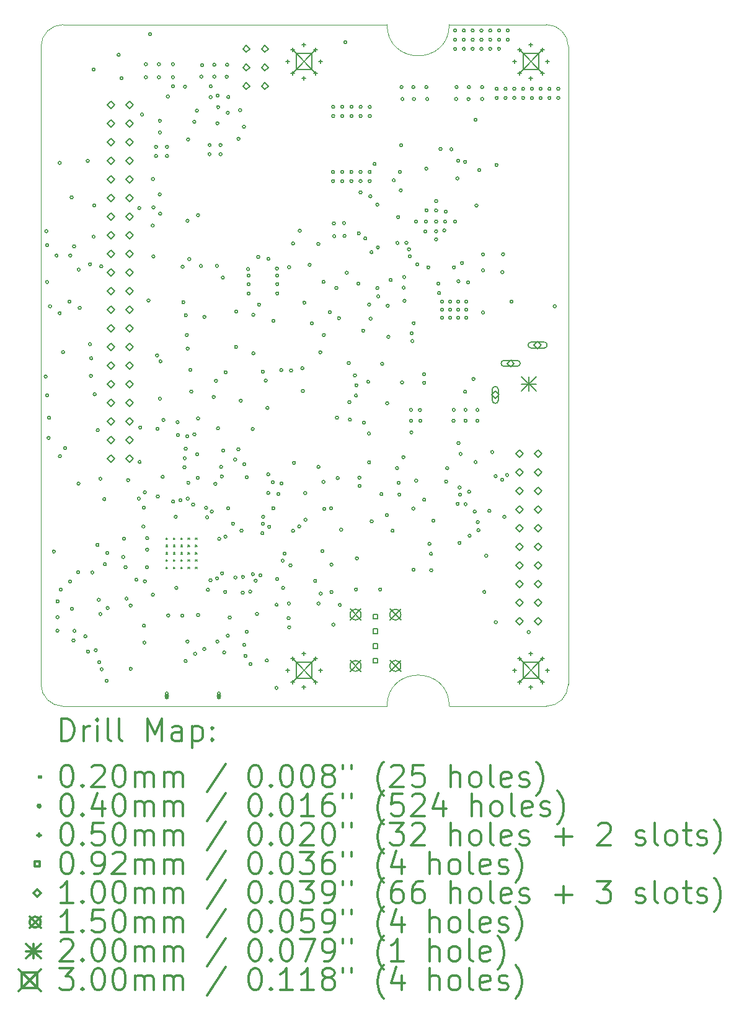
<source format=gbr>
%FSLAX45Y45*%
G04 Gerber Fmt 4.5, Leading zero omitted, Abs format (unit mm)*
G04 Created by KiCad (PCBNEW (5.1.6)-1) date 2020-07-14 17:50:06*
%MOMM*%
%LPD*%
G01*
G04 APERTURE LIST*
%TA.AperFunction,Profile*%
%ADD10C,0.100000*%
%TD*%
%ADD11C,0.200000*%
%ADD12C,0.300000*%
G04 APERTURE END LIST*
D10*
X6940535Y-487400D02*
G75*
G02*
X7240535Y-787400I0J-300000D01*
G01*
X340535Y-9787849D02*
G75*
G02*
X40535Y-9487849I0J300000D01*
G01*
X340535Y-9787849D02*
X4765535Y-9787849D01*
X4765535Y-9787849D02*
G75*
G02*
X5615535Y-9787849I425000J0D01*
G01*
X5615535Y-9787849D02*
X6940535Y-9787849D01*
X7240563Y-9487849D02*
X7240535Y-787400D01*
X6940535Y-487400D02*
X5615535Y-487849D01*
X5615535Y-487849D02*
G75*
G02*
X4765535Y-487849I-425000J0D01*
G01*
X4765535Y-487849D02*
X340535Y-487849D01*
X40535Y-787849D02*
G75*
G02*
X340535Y-487849I300000J0D01*
G01*
X40535Y-787849D02*
X40535Y-9487849D01*
X7240563Y-9487849D02*
G75*
G02*
X6940563Y-9787849I-300000J0D01*
G01*
D11*
X1749000Y-7489400D02*
X1769000Y-7509400D01*
X1769000Y-7489400D02*
X1749000Y-7509400D01*
X1749000Y-7589400D02*
X1769000Y-7609400D01*
X1769000Y-7589400D02*
X1749000Y-7609400D01*
X1749000Y-7689400D02*
X1769000Y-7709400D01*
X1769000Y-7689400D02*
X1749000Y-7709400D01*
X1749000Y-7789400D02*
X1769000Y-7809400D01*
X1769000Y-7789400D02*
X1749000Y-7809400D01*
X1749000Y-7889400D02*
X1769000Y-7909400D01*
X1769000Y-7889400D02*
X1749000Y-7909400D01*
X1849000Y-7489400D02*
X1869000Y-7509400D01*
X1869000Y-7489400D02*
X1849000Y-7509400D01*
X1849000Y-7589400D02*
X1869000Y-7609400D01*
X1869000Y-7589400D02*
X1849000Y-7609400D01*
X1849000Y-7689400D02*
X1869000Y-7709400D01*
X1869000Y-7689400D02*
X1849000Y-7709400D01*
X1849000Y-7789400D02*
X1869000Y-7809400D01*
X1869000Y-7789400D02*
X1849000Y-7809400D01*
X1849000Y-7889400D02*
X1869000Y-7909400D01*
X1869000Y-7889400D02*
X1849000Y-7909400D01*
X1949000Y-7489400D02*
X1969000Y-7509400D01*
X1969000Y-7489400D02*
X1949000Y-7509400D01*
X1949000Y-7589400D02*
X1969000Y-7609400D01*
X1969000Y-7589400D02*
X1949000Y-7609400D01*
X1949000Y-7689400D02*
X1969000Y-7709400D01*
X1969000Y-7689400D02*
X1949000Y-7709400D01*
X1949000Y-7789400D02*
X1969000Y-7809400D01*
X1969000Y-7789400D02*
X1949000Y-7809400D01*
X1949000Y-7889400D02*
X1969000Y-7909400D01*
X1969000Y-7889400D02*
X1949000Y-7909400D01*
X2049000Y-7489400D02*
X2069000Y-7509400D01*
X2069000Y-7489400D02*
X2049000Y-7509400D01*
X2049000Y-7589400D02*
X2069000Y-7609400D01*
X2069000Y-7589400D02*
X2049000Y-7609400D01*
X2049000Y-7689400D02*
X2069000Y-7709400D01*
X2069000Y-7689400D02*
X2049000Y-7709400D01*
X2049000Y-7789400D02*
X2069000Y-7809400D01*
X2069000Y-7789400D02*
X2049000Y-7809400D01*
X2049000Y-7889400D02*
X2069000Y-7909400D01*
X2069000Y-7889400D02*
X2049000Y-7909400D01*
X2149000Y-7489400D02*
X2169000Y-7509400D01*
X2169000Y-7489400D02*
X2149000Y-7509400D01*
X2149000Y-7589400D02*
X2169000Y-7609400D01*
X2169000Y-7589400D02*
X2149000Y-7609400D01*
X2149000Y-7689400D02*
X2169000Y-7709400D01*
X2169000Y-7689400D02*
X2149000Y-7709400D01*
X2149000Y-7789400D02*
X2169000Y-7809400D01*
X2169000Y-7789400D02*
X2149000Y-7809400D01*
X2149000Y-7889400D02*
X2169000Y-7909400D01*
X2169000Y-7889400D02*
X2149000Y-7909400D01*
X123124Y-5289804D02*
G75*
G03*
X123124Y-5289804I-20000J0D01*
G01*
X133284Y-3306572D02*
G75*
G03*
X133284Y-3306572I-20000J0D01*
G01*
X142936Y-4001516D02*
G75*
G03*
X142936Y-4001516I-20000J0D01*
G01*
X143444Y-3498596D02*
G75*
G03*
X143444Y-3498596I-20000J0D01*
G01*
X144968Y-5545328D02*
G75*
G03*
X144968Y-5545328I-20000J0D01*
G01*
X163764Y-6126988D02*
G75*
G03*
X163764Y-6126988I-20000J0D01*
G01*
X170368Y-5851652D02*
G75*
G03*
X170368Y-5851652I-20000J0D01*
G01*
X184084Y-4331716D02*
G75*
G03*
X184084Y-4331716I-20000J0D01*
G01*
X235392Y-7676896D02*
G75*
G03*
X235392Y-7676896I-20000J0D01*
G01*
X271968Y-3638296D02*
G75*
G03*
X271968Y-3638296I-20000J0D01*
G01*
X284160Y-8757920D02*
G75*
G03*
X284160Y-8757920I-20000J0D01*
G01*
X285621Y-8356600D02*
G75*
G03*
X285621Y-8356600I-20000J0D01*
G01*
X285621Y-8572500D02*
G75*
G03*
X285621Y-8572500I-20000J0D01*
G01*
X314640Y-4425696D02*
G75*
G03*
X314640Y-4425696I-20000J0D01*
G01*
X316164Y-2375408D02*
G75*
G03*
X316164Y-2375408I-20000J0D01*
G01*
X318196Y-6376924D02*
G75*
G03*
X318196Y-6376924I-20000J0D01*
G01*
X329880Y-8195310D02*
G75*
G03*
X329880Y-8195310I-20000J0D01*
G01*
X361884Y-4956556D02*
G75*
G03*
X361884Y-4956556I-20000J0D01*
G01*
X388300Y-6267196D02*
G75*
G03*
X388300Y-6267196I-20000J0D01*
G01*
X447736Y-4266692D02*
G75*
G03*
X447736Y-4266692I-20000J0D01*
G01*
X458128Y-8085412D02*
G75*
G03*
X458128Y-8085412I-20000J0D01*
G01*
X458912Y-3638296D02*
G75*
G03*
X458912Y-3638296I-20000J0D01*
G01*
X477708Y-2844292D02*
G75*
G03*
X477708Y-2844292I-20000J0D01*
G01*
X482280Y-8460740D02*
G75*
G03*
X482280Y-8460740I-20000J0D01*
G01*
X502600Y-8890000D02*
G75*
G03*
X502600Y-8890000I-20000J0D01*
G01*
X511744Y-3514344D02*
G75*
G03*
X511744Y-3514344I-20000J0D01*
G01*
X515919Y-8759999D02*
G75*
G03*
X515919Y-8759999I-20000J0D01*
G01*
X566100Y-7959344D02*
G75*
G03*
X566100Y-7959344I-20000J0D01*
G01*
X571688Y-6751320D02*
G75*
G03*
X571688Y-6751320I-20000J0D01*
G01*
X574228Y-3830320D02*
G75*
G03*
X574228Y-3830320I-20000J0D01*
G01*
X588452Y-4353052D02*
G75*
G03*
X588452Y-4353052I-20000J0D01*
G01*
X666354Y-8833985D02*
G75*
G03*
X666354Y-8833985I-20000J0D01*
G01*
X698688Y-2346960D02*
G75*
G03*
X698688Y-2346960I-20000J0D01*
G01*
X700720Y-9042400D02*
G75*
G03*
X700720Y-9042400I-20000J0D01*
G01*
X728660Y-4848352D02*
G75*
G03*
X728660Y-4848352I-20000J0D01*
G01*
X729676Y-3758692D02*
G75*
G03*
X729676Y-3758692I-20000J0D01*
G01*
X741868Y-5280660D02*
G75*
G03*
X741868Y-5280660I-20000J0D01*
G01*
X745424Y-5040376D02*
G75*
G03*
X745424Y-5040376I-20000J0D01*
G01*
X760410Y-7962900D02*
G75*
G03*
X760410Y-7962900I-20000J0D01*
G01*
X778444Y-1100328D02*
G75*
G03*
X778444Y-1100328I-20000J0D01*
G01*
X778952Y-3381248D02*
G75*
G03*
X778952Y-3381248I-20000J0D01*
G01*
X788096Y-2956052D02*
G75*
G03*
X788096Y-2956052I-20000J0D01*
G01*
X792668Y-5531104D02*
G75*
G03*
X792668Y-5531104I-20000J0D01*
G01*
X807037Y-9023379D02*
G75*
G03*
X807037Y-9023379I-20000J0D01*
G01*
X831275Y-7586471D02*
G75*
G03*
X831275Y-7586471I-20000J0D01*
G01*
X834832Y-6020816D02*
G75*
G03*
X834832Y-6020816I-20000J0D01*
G01*
X848040Y-8336280D02*
G75*
G03*
X848040Y-8336280I-20000J0D01*
G01*
X854390Y-9187180D02*
G75*
G03*
X854390Y-9187180I-20000J0D01*
G01*
X870836Y-8530143D02*
G75*
G03*
X870836Y-8530143I-20000J0D01*
G01*
X870900Y-6684772D02*
G75*
G03*
X870900Y-6684772I-20000J0D01*
G01*
X882564Y-3786433D02*
G75*
G03*
X882564Y-3786433I-20000J0D01*
G01*
X888680Y-9282430D02*
G75*
G03*
X888680Y-9282430I-20000J0D01*
G01*
X923732Y-6962140D02*
G75*
G03*
X923732Y-6962140I-20000J0D01*
G01*
X932939Y-7850006D02*
G75*
G03*
X932939Y-7850006I-20000J0D01*
G01*
X957260Y-9442450D02*
G75*
G03*
X957260Y-9442450I-20000J0D01*
G01*
X964913Y-7697693D02*
G75*
G03*
X964913Y-7697693I-20000J0D01*
G01*
X969960Y-8448040D02*
G75*
G03*
X969960Y-8448040I-20000J0D01*
G01*
X1119820Y-899668D02*
G75*
G03*
X1119820Y-899668I-20000J0D01*
G01*
X1158936Y-1218692D02*
G75*
G03*
X1158936Y-1218692I-20000J0D01*
G01*
X1183320Y-7751200D02*
G75*
G03*
X1183320Y-7751200I-20000J0D01*
G01*
X1194750Y-7500620D02*
G75*
G03*
X1194750Y-7500620I-20000J0D01*
G01*
X1213800Y-7890510D02*
G75*
G03*
X1213800Y-7890510I-20000J0D01*
G01*
X1227516Y-8320024D02*
G75*
G03*
X1227516Y-8320024I-20000J0D01*
G01*
X1250081Y-6703225D02*
G75*
G03*
X1250081Y-6703225I-20000J0D01*
G01*
X1283650Y-8413750D02*
G75*
G03*
X1283650Y-8413750I-20000J0D01*
G01*
X1284920Y-9277350D02*
G75*
G03*
X1284920Y-9277350I-20000J0D01*
G01*
X1361120Y-8061960D02*
G75*
G03*
X1361120Y-8061960I-20000J0D01*
G01*
X1396680Y-6954520D02*
G75*
G03*
X1396680Y-6954520I-20000J0D01*
G01*
X1401693Y-2992120D02*
G75*
G03*
X1401693Y-2992120I-20000J0D01*
G01*
X1406332Y-6454648D02*
G75*
G03*
X1406332Y-6454648I-20000J0D01*
G01*
X1415454Y-5985786D02*
G75*
G03*
X1415454Y-5985786I-20000J0D01*
G01*
X1439860Y-1714500D02*
G75*
G03*
X1439860Y-1714500I-20000J0D01*
G01*
X1458656Y-7336028D02*
G75*
G03*
X1458656Y-7336028I-20000J0D01*
G01*
X1463990Y-7076440D02*
G75*
G03*
X1463990Y-7076440I-20000J0D01*
G01*
X1466530Y-8688070D02*
G75*
G03*
X1466530Y-8688070I-20000J0D01*
G01*
X1471610Y-8920480D02*
G75*
G03*
X1471610Y-8920480I-20000J0D01*
G01*
X1477960Y-6868160D02*
G75*
G03*
X1477960Y-6868160I-20000J0D01*
G01*
X1477960Y-8082280D02*
G75*
G03*
X1477960Y-8082280I-20000J0D01*
G01*
X1493200Y-1028700D02*
G75*
G03*
X1493200Y-1028700I-20000J0D01*
G01*
X1493200Y-1206500D02*
G75*
G03*
X1493200Y-1206500I-20000J0D01*
G01*
X1505900Y-7889240D02*
G75*
G03*
X1505900Y-7889240I-20000J0D01*
G01*
X1509710Y-7494270D02*
G75*
G03*
X1509710Y-7494270I-20000J0D01*
G01*
X1509710Y-7650480D02*
G75*
G03*
X1509710Y-7650480I-20000J0D01*
G01*
X1527744Y-4252976D02*
G75*
G03*
X1527744Y-4252976I-20000J0D01*
G01*
X1549080Y-619760D02*
G75*
G03*
X1549080Y-619760I-20000J0D01*
G01*
X1584640Y-3229356D02*
G75*
G03*
X1584640Y-3229356I-20000J0D01*
G01*
X1588135Y-8266070D02*
G75*
G03*
X1588135Y-8266070I-20000J0D01*
G01*
X1589720Y-2595880D02*
G75*
G03*
X1589720Y-2595880I-20000J0D01*
G01*
X1594777Y-3652520D02*
G75*
G03*
X1594777Y-3652520I-20000J0D01*
G01*
X1596070Y-2981960D02*
G75*
G03*
X1596070Y-2981960I-20000J0D01*
G01*
X1631008Y-2155952D02*
G75*
G03*
X1631008Y-2155952I-20000J0D01*
G01*
X1631008Y-2280952D02*
G75*
G03*
X1631008Y-2280952I-20000J0D01*
G01*
X1644053Y-5001072D02*
G75*
G03*
X1644053Y-5001072I-20000J0D01*
G01*
X1651188Y-6005068D02*
G75*
G03*
X1651188Y-6005068I-20000J0D01*
G01*
X1655760Y-6925500D02*
G75*
G03*
X1655760Y-6925500I-20000J0D01*
G01*
X1671000Y-1028700D02*
G75*
G03*
X1671000Y-1028700I-20000J0D01*
G01*
X1671000Y-1206500D02*
G75*
G03*
X1671000Y-1206500I-20000J0D01*
G01*
X1681160Y-2804160D02*
G75*
G03*
X1681160Y-2804160I-20000J0D01*
G01*
X1683700Y-1800860D02*
G75*
G03*
X1683700Y-1800860I-20000J0D01*
G01*
X1683700Y-1959610D02*
G75*
G03*
X1683700Y-1959610I-20000J0D01*
G01*
X1684054Y-5593080D02*
G75*
G03*
X1684054Y-5593080I-20000J0D01*
G01*
X1686240Y-3068320D02*
G75*
G03*
X1686240Y-3068320I-20000J0D01*
G01*
X1691773Y-5083219D02*
G75*
G03*
X1691773Y-5083219I-20000J0D01*
G01*
X1720530Y-6657340D02*
G75*
G03*
X1720530Y-6657340I-20000J0D01*
G01*
X1731452Y-5882132D02*
G75*
G03*
X1731452Y-5882132I-20000J0D01*
G01*
X1781008Y-2155952D02*
G75*
G03*
X1781008Y-2155952I-20000J0D01*
G01*
X1781008Y-2280952D02*
G75*
G03*
X1781008Y-2280952I-20000J0D01*
G01*
X1792098Y-1468589D02*
G75*
G03*
X1792098Y-1468589I-20000J0D01*
G01*
X1796730Y-8548370D02*
G75*
G03*
X1796730Y-8548370I-20000J0D01*
G01*
X1861500Y-1028700D02*
G75*
G03*
X1861500Y-1028700I-20000J0D01*
G01*
X1861500Y-1206500D02*
G75*
G03*
X1861500Y-1206500I-20000J0D01*
G01*
X1861500Y-1328420D02*
G75*
G03*
X1861500Y-1328420I-20000J0D01*
G01*
X1864040Y-6995160D02*
G75*
G03*
X1864040Y-6995160I-20000J0D01*
G01*
X1899600Y-7203440D02*
G75*
G03*
X1899600Y-7203440I-20000J0D01*
G01*
X1908346Y-8173463D02*
G75*
G03*
X1908346Y-8173463I-20000J0D01*
G01*
X1925000Y-5913120D02*
G75*
G03*
X1925000Y-5913120I-20000J0D01*
G01*
X1930080Y-6085840D02*
G75*
G03*
X1930080Y-6085840I-20000J0D01*
G01*
X1963425Y-6977122D02*
G75*
G03*
X1963425Y-6977122I-20000J0D01*
G01*
X1989770Y-8550910D02*
G75*
G03*
X1989770Y-8550910I-20000J0D01*
G01*
X1993580Y-3790950D02*
G75*
G03*
X1993580Y-3790950I-20000J0D01*
G01*
X2003740Y-4276281D02*
G75*
G03*
X2003740Y-4276281I-20000J0D01*
G01*
X2017710Y-6527800D02*
G75*
G03*
X2017710Y-6527800I-20000J0D01*
G01*
X2022790Y-6404610D02*
G75*
G03*
X2022790Y-6404610I-20000J0D01*
G01*
X2026600Y-1336040D02*
G75*
G03*
X2026600Y-1336040I-20000J0D01*
G01*
X2034220Y-9170670D02*
G75*
G03*
X2034220Y-9170670I-20000J0D01*
G01*
X2036760Y-6273800D02*
G75*
G03*
X2036760Y-6273800I-20000J0D01*
G01*
X2038030Y-4453890D02*
G75*
G03*
X2038030Y-4453890I-20000J0D01*
G01*
X2051474Y-4723874D02*
G75*
G03*
X2051474Y-4723874I-20000J0D01*
G01*
X2057080Y-6106160D02*
G75*
G03*
X2057080Y-6106160I-20000J0D01*
G01*
X2059620Y-8903970D02*
G75*
G03*
X2059620Y-8903970I-20000J0D01*
G01*
X2060649Y-3163254D02*
G75*
G03*
X2060649Y-3163254I-20000J0D01*
G01*
X2062160Y-4907280D02*
G75*
G03*
X2062160Y-4907280I-20000J0D01*
G01*
X2063199Y-6955790D02*
G75*
G03*
X2063199Y-6955790I-20000J0D01*
G01*
X2068439Y-2055469D02*
G75*
G03*
X2068439Y-2055469I-20000J0D01*
G01*
X2071550Y-6738814D02*
G75*
G03*
X2071550Y-6738814I-20000J0D01*
G01*
X2085224Y-3687466D02*
G75*
G03*
X2085224Y-3687466I-20000J0D01*
G01*
X2100260Y-5200650D02*
G75*
G03*
X2100260Y-5200650I-20000J0D01*
G01*
X2112960Y-5494020D02*
G75*
G03*
X2112960Y-5494020I-20000J0D01*
G01*
X2136486Y-7036622D02*
G75*
G03*
X2136486Y-7036622I-20000J0D01*
G01*
X2153600Y-1813560D02*
G75*
G03*
X2153600Y-1813560I-20000J0D01*
G01*
X2154870Y-6078220D02*
G75*
G03*
X2154870Y-6078220I-20000J0D01*
G01*
X2165030Y-9072493D02*
G75*
G03*
X2165030Y-9072493I-20000J0D01*
G01*
X2189160Y-1661160D02*
G75*
G03*
X2189160Y-1661160I-20000J0D01*
G01*
X2194240Y-6350000D02*
G75*
G03*
X2194240Y-6350000I-20000J0D01*
G01*
X2201095Y-6671313D02*
G75*
G03*
X2201095Y-6671313I-20000J0D01*
G01*
X2204400Y-3088640D02*
G75*
G03*
X2204400Y-3088640I-20000J0D01*
G01*
X2204400Y-8543290D02*
G75*
G03*
X2204400Y-8543290I-20000J0D01*
G01*
X2205670Y-5861050D02*
G75*
G03*
X2205670Y-5861050I-20000J0D01*
G01*
X2243770Y-3780790D02*
G75*
G03*
X2243770Y-3780790I-20000J0D01*
G01*
X2250120Y-1198880D02*
G75*
G03*
X2250120Y-1198880I-20000J0D01*
G01*
X2260280Y-1041400D02*
G75*
G03*
X2260280Y-1041400I-20000J0D01*
G01*
X2290031Y-9007492D02*
G75*
G03*
X2290031Y-9007492I-20000J0D01*
G01*
X2292030Y-4476750D02*
G75*
G03*
X2292030Y-4476750I-20000J0D01*
G01*
X2315201Y-7081520D02*
G75*
G03*
X2315201Y-7081520I-20000J0D01*
G01*
X2328348Y-7210504D02*
G75*
G03*
X2328348Y-7210504I-20000J0D01*
G01*
X2339959Y-8199739D02*
G75*
G03*
X2339959Y-8199739I-20000J0D01*
G01*
X2362020Y-2131060D02*
G75*
G03*
X2362020Y-2131060I-20000J0D01*
G01*
X2362020Y-2256060D02*
G75*
G03*
X2362020Y-2256060I-20000J0D01*
G01*
X2374262Y-8069612D02*
G75*
G03*
X2374262Y-8069612I-20000J0D01*
G01*
X2377120Y-1330960D02*
G75*
G03*
X2377120Y-1330960I-20000J0D01*
G01*
X2377120Y-1478280D02*
G75*
G03*
X2377120Y-1478280I-20000J0D01*
G01*
X2392360Y-7132320D02*
G75*
G03*
X2392360Y-7132320I-20000J0D01*
G01*
X2417760Y-5567680D02*
G75*
G03*
X2417760Y-5567680I-20000J0D01*
G01*
X2427920Y-1036320D02*
G75*
G03*
X2427920Y-1036320I-20000J0D01*
G01*
X2427920Y-1198880D02*
G75*
G03*
X2427920Y-1198880I-20000J0D01*
G01*
X2439895Y-6753964D02*
G75*
G03*
X2439895Y-6753964I-20000J0D01*
G01*
X2448240Y-5347970D02*
G75*
G03*
X2448240Y-5347970I-20000J0D01*
G01*
X2463480Y-3779520D02*
G75*
G03*
X2463480Y-3779520I-20000J0D01*
G01*
X2465044Y-8041614D02*
G75*
G03*
X2465044Y-8041614I-20000J0D01*
G01*
X2468560Y-1833880D02*
G75*
G03*
X2468560Y-1833880I-20000J0D01*
G01*
X2468560Y-8905240D02*
G75*
G03*
X2468560Y-8905240I-20000J0D01*
G01*
X2472179Y-1458491D02*
G75*
G03*
X2472179Y-1458491I-20000J0D01*
G01*
X2477450Y-5995670D02*
G75*
G03*
X2477450Y-5995670I-20000J0D01*
G01*
X2478960Y-1614593D02*
G75*
G03*
X2478960Y-1614593I-20000J0D01*
G01*
X2493771Y-7503503D02*
G75*
G03*
X2493771Y-7503503I-20000J0D01*
G01*
X2512020Y-2131060D02*
G75*
G03*
X2512020Y-2131060I-20000J0D01*
G01*
X2512020Y-2256060D02*
G75*
G03*
X2512020Y-2256060I-20000J0D01*
G01*
X2519360Y-6521450D02*
G75*
G03*
X2519360Y-6521450I-20000J0D01*
G01*
X2529520Y-6652260D02*
G75*
G03*
X2529520Y-6652260I-20000J0D01*
G01*
X2533140Y-7975371D02*
G75*
G03*
X2533140Y-7975371I-20000J0D01*
G01*
X2543490Y-3940810D02*
G75*
G03*
X2543490Y-3940810I-20000J0D01*
G01*
X2549840Y-6299200D02*
G75*
G03*
X2549840Y-6299200I-20000J0D01*
G01*
X2561270Y-9053639D02*
G75*
G03*
X2561270Y-9053639I-20000J0D01*
G01*
X2575240Y-8228330D02*
G75*
G03*
X2575240Y-8228330I-20000J0D01*
G01*
X2578624Y-7473501D02*
G75*
G03*
X2578624Y-7473501I-20000J0D01*
G01*
X2580320Y-5232400D02*
G75*
G03*
X2580320Y-5232400I-20000J0D01*
G01*
X2595560Y-1198880D02*
G75*
G03*
X2595560Y-1198880I-20000J0D01*
G01*
X2600640Y-1036320D02*
G75*
G03*
X2600640Y-1036320I-20000J0D01*
G01*
X2610800Y-1691640D02*
G75*
G03*
X2610800Y-1691640I-20000J0D01*
G01*
X2610800Y-8823960D02*
G75*
G03*
X2610800Y-8823960I-20000J0D01*
G01*
X2615880Y-7086600D02*
G75*
G03*
X2615880Y-7086600I-20000J0D01*
G01*
X2617341Y-1475559D02*
G75*
G03*
X2617341Y-1475559I-20000J0D01*
G01*
X2636200Y-8577580D02*
G75*
G03*
X2636200Y-8577580I-20000J0D01*
G01*
X2681920Y-7297420D02*
G75*
G03*
X2681920Y-7297420I-20000J0D01*
G01*
X2712400Y-6422390D02*
G75*
G03*
X2712400Y-6422390I-20000J0D01*
G01*
X2714940Y-8031480D02*
G75*
G03*
X2714940Y-8031480I-20000J0D01*
G01*
X2723830Y-4885690D02*
G75*
G03*
X2723830Y-4885690I-20000J0D01*
G01*
X2726370Y-4401820D02*
G75*
G03*
X2726370Y-4401820I-20000J0D01*
G01*
X2755772Y-6283281D02*
G75*
G03*
X2755772Y-6283281I-20000J0D01*
G01*
X2756850Y-2045970D02*
G75*
G03*
X2756850Y-2045970I-20000J0D01*
G01*
X2778440Y-1656080D02*
G75*
G03*
X2778440Y-1656080I-20000J0D01*
G01*
X2788600Y-5618480D02*
G75*
G03*
X2788600Y-5618480I-20000J0D01*
G01*
X2797351Y-7391197D02*
G75*
G03*
X2797351Y-7391197I-20000J0D01*
G01*
X2815071Y-8238894D02*
G75*
G03*
X2815071Y-8238894I-20000J0D01*
G01*
X2817561Y-8023571D02*
G75*
G03*
X2817561Y-8023571I-20000J0D01*
G01*
X2831780Y-1882140D02*
G75*
G03*
X2831780Y-1882140I-20000J0D01*
G01*
X2834561Y-8951088D02*
G75*
G03*
X2834561Y-8951088I-20000J0D01*
G01*
X2835590Y-6484620D02*
G75*
G03*
X2835590Y-6484620I-20000J0D01*
G01*
X2851909Y-9100138D02*
G75*
G03*
X2851909Y-9100138I-20000J0D01*
G01*
X2869697Y-8773160D02*
G75*
G03*
X2869697Y-8773160I-20000J0D01*
G01*
X2869880Y-6662420D02*
G75*
G03*
X2869880Y-6662420I-20000J0D01*
G01*
X2887660Y-3822192D02*
G75*
G03*
X2887660Y-3822192I-20000J0D01*
G01*
X2895280Y-3911600D02*
G75*
G03*
X2895280Y-3911600I-20000J0D01*
G01*
X2895280Y-4028440D02*
G75*
G03*
X2895280Y-4028440I-20000J0D01*
G01*
X2895280Y-4155440D02*
G75*
G03*
X2895280Y-4155440I-20000J0D01*
G01*
X2917137Y-8223032D02*
G75*
G03*
X2917137Y-8223032I-20000J0D01*
G01*
X2919410Y-9212580D02*
G75*
G03*
X2919410Y-9212580I-20000J0D01*
G01*
X2951160Y-6004560D02*
G75*
G03*
X2951160Y-6004560I-20000J0D01*
G01*
X2953749Y-7986843D02*
G75*
G03*
X2953749Y-7986843I-20000J0D01*
G01*
X2959037Y-4447731D02*
G75*
G03*
X2959037Y-4447731I-20000J0D01*
G01*
X2961320Y-4973320D02*
G75*
G03*
X2961320Y-4973320I-20000J0D01*
G01*
X2991430Y-8074052D02*
G75*
G03*
X2991430Y-8074052I-20000J0D01*
G01*
X3009580Y-8528050D02*
G75*
G03*
X3009580Y-8528050I-20000J0D01*
G01*
X3026090Y-3657600D02*
G75*
G03*
X3026090Y-3657600I-20000J0D01*
G01*
X3037520Y-4307840D02*
G75*
G03*
X3037520Y-4307840I-20000J0D01*
G01*
X3057840Y-8001000D02*
G75*
G03*
X3057840Y-8001000I-20000J0D01*
G01*
X3083240Y-7426960D02*
G75*
G03*
X3083240Y-7426960I-20000J0D01*
G01*
X3089150Y-5222011D02*
G75*
G03*
X3089150Y-5222011I-20000J0D01*
G01*
X3091133Y-7298413D02*
G75*
G03*
X3091133Y-7298413I-20000J0D01*
G01*
X3093400Y-7203440D02*
G75*
G03*
X3093400Y-7203440I-20000J0D01*
G01*
X3128960Y-5344160D02*
G75*
G03*
X3128960Y-5344160I-20000J0D01*
G01*
X3142930Y-9163050D02*
G75*
G03*
X3142930Y-9163050I-20000J0D01*
G01*
X3151820Y-5717540D02*
G75*
G03*
X3151820Y-5717540I-20000J0D01*
G01*
X3164520Y-3684799D02*
G75*
G03*
X3164520Y-3684799I-20000J0D01*
G01*
X3164520Y-6624320D02*
G75*
G03*
X3164520Y-6624320I-20000J0D01*
G01*
X3164520Y-6878320D02*
G75*
G03*
X3164520Y-6878320I-20000J0D01*
G01*
X3176759Y-7339561D02*
G75*
G03*
X3176759Y-7339561I-20000J0D01*
G01*
X3225480Y-6733540D02*
G75*
G03*
X3225480Y-6733540I-20000J0D01*
G01*
X3232020Y-7086600D02*
G75*
G03*
X3232020Y-7086600I-20000J0D01*
G01*
X3234370Y-4528820D02*
G75*
G03*
X3234370Y-4528820I-20000J0D01*
G01*
X3275010Y-9537700D02*
G75*
G03*
X3275010Y-9537700I-20000J0D01*
G01*
X3277102Y-8402031D02*
G75*
G03*
X3277102Y-8402031I-20000J0D01*
G01*
X3282376Y-3816096D02*
G75*
G03*
X3282376Y-3816096I-20000J0D01*
G01*
X3286359Y-8052028D02*
G75*
G03*
X3286359Y-8052028I-20000J0D01*
G01*
X3286440Y-3911600D02*
G75*
G03*
X3286440Y-3911600I-20000J0D01*
G01*
X3286440Y-4028440D02*
G75*
G03*
X3286440Y-4028440I-20000J0D01*
G01*
X3286440Y-4155440D02*
G75*
G03*
X3286440Y-4155440I-20000J0D01*
G01*
X3301680Y-6893560D02*
G75*
G03*
X3301680Y-6893560I-20000J0D01*
G01*
X3342320Y-5201920D02*
G75*
G03*
X3342320Y-5201920I-20000J0D01*
G01*
X3343590Y-6746240D02*
G75*
G03*
X3343590Y-6746240I-20000J0D01*
G01*
X3360100Y-7801610D02*
G75*
G03*
X3360100Y-7801610I-20000J0D01*
G01*
X3366450Y-8172450D02*
G75*
G03*
X3366450Y-8172450I-20000J0D01*
G01*
X3388025Y-7704911D02*
G75*
G03*
X3388025Y-7704911I-20000J0D01*
G01*
X3441380Y-8586470D02*
G75*
G03*
X3441380Y-8586470I-20000J0D01*
G01*
X3445190Y-8385810D02*
G75*
G03*
X3445190Y-8385810I-20000J0D01*
G01*
X3447730Y-3797300D02*
G75*
G03*
X3447730Y-3797300I-20000J0D01*
G01*
X3449000Y-8710930D02*
G75*
G03*
X3449000Y-8710930I-20000J0D01*
G01*
X3466780Y-7866380D02*
G75*
G03*
X3466780Y-7866380I-20000J0D01*
G01*
X3474400Y-5207000D02*
G75*
G03*
X3474400Y-5207000I-20000J0D01*
G01*
X3501887Y-7394562D02*
G75*
G03*
X3501887Y-7394562I-20000J0D01*
G01*
X3502200Y-3473641D02*
G75*
G03*
X3502200Y-3473641I-20000J0D01*
G01*
X3515040Y-6466840D02*
G75*
G03*
X3515040Y-6466840I-20000J0D01*
G01*
X3586160Y-7334561D02*
G75*
G03*
X3586160Y-7334561I-20000J0D01*
G01*
X3593780Y-3299460D02*
G75*
G03*
X3593780Y-3299460I-20000J0D01*
G01*
X3629340Y-5176520D02*
G75*
G03*
X3629340Y-5176520I-20000J0D01*
G01*
X3636960Y-5486400D02*
G75*
G03*
X3636960Y-5486400I-20000J0D01*
G01*
X3656540Y-4281700D02*
G75*
G03*
X3656540Y-4281700I-20000J0D01*
G01*
X3668710Y-6879590D02*
G75*
G03*
X3668710Y-6879590I-20000J0D01*
G01*
X3672520Y-7244080D02*
G75*
G03*
X3672520Y-7244080I-20000J0D01*
G01*
X3728014Y-3766215D02*
G75*
G03*
X3728014Y-3766215I-20000J0D01*
G01*
X3757610Y-4564380D02*
G75*
G03*
X3757610Y-4564380I-20000J0D01*
G01*
X3803330Y-8077200D02*
G75*
G03*
X3803330Y-8077200I-20000J0D01*
G01*
X3847780Y-3481070D02*
G75*
G03*
X3847780Y-3481070I-20000J0D01*
G01*
X3849050Y-6522720D02*
G75*
G03*
X3849050Y-6522720I-20000J0D01*
G01*
X3850320Y-8385810D02*
G75*
G03*
X3850320Y-8385810I-20000J0D01*
G01*
X3874450Y-4959350D02*
G75*
G03*
X3874450Y-4959350I-20000J0D01*
G01*
X3879294Y-8250809D02*
G75*
G03*
X3879294Y-8250809I-20000J0D01*
G01*
X3902175Y-7673220D02*
G75*
G03*
X3902175Y-7673220I-20000J0D01*
G01*
X3916360Y-6727190D02*
G75*
G03*
X3916360Y-6727190I-20000J0D01*
G01*
X3917630Y-3997960D02*
G75*
G03*
X3917630Y-3997960I-20000J0D01*
G01*
X3922710Y-4723130D02*
G75*
G03*
X3922710Y-4723130I-20000J0D01*
G01*
X3926820Y-7096127D02*
G75*
G03*
X3926820Y-7096127I-20000J0D01*
G01*
X4002720Y-4411980D02*
G75*
G03*
X4002720Y-4411980I-20000J0D01*
G01*
X4021160Y-7084937D02*
G75*
G03*
X4021160Y-7084937I-20000J0D01*
G01*
X4026423Y-7854038D02*
G75*
G03*
X4026423Y-7854038I-20000J0D01*
G01*
X4026850Y-8229601D02*
G75*
G03*
X4026850Y-8229601I-20000J0D01*
G01*
X4048440Y-2498090D02*
G75*
G03*
X4048440Y-2498090I-20000J0D01*
G01*
X4048440Y-2623090D02*
G75*
G03*
X4048440Y-2623090I-20000J0D01*
G01*
X4049710Y-1610360D02*
G75*
G03*
X4049710Y-1610360I-20000J0D01*
G01*
X4049710Y-1735360D02*
G75*
G03*
X4049710Y-1735360I-20000J0D01*
G01*
X4053520Y-8674100D02*
G75*
G03*
X4053520Y-8674100I-20000J0D01*
G01*
X4058600Y-3200400D02*
G75*
G03*
X4058600Y-3200400I-20000J0D01*
G01*
X4063680Y-3374390D02*
G75*
G03*
X4063680Y-3374390I-20000J0D01*
G01*
X4094160Y-4081780D02*
G75*
G03*
X4094160Y-4081780I-20000J0D01*
G01*
X4101780Y-5849620D02*
G75*
G03*
X4101780Y-5849620I-20000J0D01*
G01*
X4111940Y-6673850D02*
G75*
G03*
X4111940Y-6673850I-20000J0D01*
G01*
X4129720Y-4493260D02*
G75*
G03*
X4129720Y-4493260I-20000J0D01*
G01*
X4141110Y-8404820D02*
G75*
G03*
X4141110Y-8404820I-20000J0D01*
G01*
X4160200Y-7378700D02*
G75*
G03*
X4160200Y-7378700I-20000J0D01*
G01*
X4173440Y-2498090D02*
G75*
G03*
X4173440Y-2498090I-20000J0D01*
G01*
X4173440Y-2623090D02*
G75*
G03*
X4173440Y-2623090I-20000J0D01*
G01*
X4174710Y-1610360D02*
G75*
G03*
X4174710Y-1610360I-20000J0D01*
G01*
X4174710Y-1735360D02*
G75*
G03*
X4174710Y-1735360I-20000J0D01*
G01*
X4198300Y-3196590D02*
G75*
G03*
X4198300Y-3196590I-20000J0D01*
G01*
X4204650Y-3370580D02*
G75*
G03*
X4204650Y-3370580I-20000J0D01*
G01*
X4216080Y-726440D02*
G75*
G03*
X4216080Y-726440I-20000J0D01*
G01*
X4235499Y-3874079D02*
G75*
G03*
X4235499Y-3874079I-20000J0D01*
G01*
X4261800Y-5105400D02*
G75*
G03*
X4261800Y-5105400I-20000J0D01*
G01*
X4270690Y-5638800D02*
G75*
G03*
X4270690Y-5638800I-20000J0D01*
G01*
X4278439Y-5877142D02*
G75*
G03*
X4278439Y-5877142I-20000J0D01*
G01*
X4298440Y-2498090D02*
G75*
G03*
X4298440Y-2498090I-20000J0D01*
G01*
X4298440Y-2623090D02*
G75*
G03*
X4298440Y-2623090I-20000J0D01*
G01*
X4299710Y-1610360D02*
G75*
G03*
X4299710Y-1610360I-20000J0D01*
G01*
X4299710Y-1735360D02*
G75*
G03*
X4299710Y-1735360I-20000J0D01*
G01*
X4346802Y-5273810D02*
G75*
G03*
X4346802Y-5273810I-20000J0D01*
G01*
X4360860Y-5548630D02*
G75*
G03*
X4360860Y-5548630I-20000J0D01*
G01*
X4362130Y-8194813D02*
G75*
G03*
X4362130Y-8194813I-20000J0D01*
G01*
X4367083Y-5408812D02*
G75*
G03*
X4367083Y-5408812I-20000J0D01*
G01*
X4374199Y-7769598D02*
G75*
G03*
X4374199Y-7769598I-20000J0D01*
G01*
X4393801Y-4022224D02*
G75*
G03*
X4393801Y-4022224I-20000J0D01*
G01*
X4400230Y-3336290D02*
G75*
G03*
X4400230Y-3336290I-20000J0D01*
G01*
X4407850Y-6668770D02*
G75*
G03*
X4407850Y-6668770I-20000J0D01*
G01*
X4411660Y-6781800D02*
G75*
G03*
X4411660Y-6781800I-20000J0D01*
G01*
X4422719Y-2777423D02*
G75*
G03*
X4422719Y-2777423I-20000J0D01*
G01*
X4423440Y-2498090D02*
G75*
G03*
X4423440Y-2498090I-20000J0D01*
G01*
X4423440Y-2623090D02*
G75*
G03*
X4423440Y-2623090I-20000J0D01*
G01*
X4424710Y-1610360D02*
G75*
G03*
X4424710Y-1610360I-20000J0D01*
G01*
X4424710Y-1735360D02*
G75*
G03*
X4424710Y-1735360I-20000J0D01*
G01*
X4459680Y-4663758D02*
G75*
G03*
X4459680Y-4663758I-20000J0D01*
G01*
X4471350Y-5918200D02*
G75*
G03*
X4471350Y-5918200I-20000J0D01*
G01*
X4489130Y-3404870D02*
G75*
G03*
X4489130Y-3404870I-20000J0D01*
G01*
X4528120Y-5361841D02*
G75*
G03*
X4528120Y-5361841I-20000J0D01*
G01*
X4538660Y-6065520D02*
G75*
G03*
X4538660Y-6065520I-20000J0D01*
G01*
X4539930Y-6460490D02*
G75*
G03*
X4539930Y-6460490I-20000J0D01*
G01*
X4541200Y-4307840D02*
G75*
G03*
X4541200Y-4307840I-20000J0D01*
G01*
X4548440Y-2498090D02*
G75*
G03*
X4548440Y-2498090I-20000J0D01*
G01*
X4548440Y-2623090D02*
G75*
G03*
X4548440Y-2623090I-20000J0D01*
G01*
X4549710Y-1610360D02*
G75*
G03*
X4549710Y-1610360I-20000J0D01*
G01*
X4549710Y-1735360D02*
G75*
G03*
X4549710Y-1735360I-20000J0D01*
G01*
X4557710Y-2830830D02*
G75*
G03*
X4557710Y-2830830I-20000J0D01*
G01*
X4561520Y-4500880D02*
G75*
G03*
X4561520Y-4500880I-20000J0D01*
G01*
X4572950Y-3592830D02*
G75*
G03*
X4572950Y-3592830I-20000J0D01*
G01*
X4575490Y-7265670D02*
G75*
G03*
X4575490Y-7265670I-20000J0D01*
G01*
X4616130Y-2388870D02*
G75*
G03*
X4616130Y-2388870I-20000J0D01*
G01*
X4652960Y-2944051D02*
G75*
G03*
X4652960Y-2944051I-20000J0D01*
G01*
X4653780Y-4082230D02*
G75*
G03*
X4653780Y-4082230I-20000J0D01*
G01*
X4660580Y-3526790D02*
G75*
G03*
X4660580Y-3526790I-20000J0D01*
G01*
X4665660Y-4196080D02*
G75*
G03*
X4665660Y-4196080I-20000J0D01*
G01*
X4692330Y-8195310D02*
G75*
G03*
X4692330Y-8195310I-20000J0D01*
G01*
X4708840Y-6893560D02*
G75*
G03*
X4708840Y-6893560I-20000J0D01*
G01*
X4719000Y-5115560D02*
G75*
G03*
X4719000Y-5115560I-20000J0D01*
G01*
X4785040Y-7179501D02*
G75*
G03*
X4785040Y-7179501I-20000J0D01*
G01*
X4787580Y-5654040D02*
G75*
G03*
X4787580Y-5654040I-20000J0D01*
G01*
X4794121Y-4324541D02*
G75*
G03*
X4794121Y-4324541I-20000J0D01*
G01*
X4804090Y-4747260D02*
G75*
G03*
X4804090Y-4747260I-20000J0D01*
G01*
X4835840Y-3971290D02*
G75*
G03*
X4835840Y-3971290I-20000J0D01*
G01*
X4861427Y-7391981D02*
G75*
G03*
X4861427Y-7391981I-20000J0D01*
G01*
X4877750Y-2611120D02*
G75*
G03*
X4877750Y-2611120I-20000J0D01*
G01*
X4922200Y-6537960D02*
G75*
G03*
X4922200Y-6537960I-20000J0D01*
G01*
X4927752Y-3466218D02*
G75*
G03*
X4927752Y-3466218I-20000J0D01*
G01*
X4937440Y-3114040D02*
G75*
G03*
X4937440Y-3114040I-20000J0D01*
G01*
X4945060Y-6741160D02*
G75*
G03*
X4945060Y-6741160I-20000J0D01*
G01*
X4953950Y-6898640D02*
G75*
G03*
X4953950Y-6898640I-20000J0D01*
G01*
X4961570Y-2498090D02*
G75*
G03*
X4961570Y-2498090I-20000J0D01*
G01*
X4972586Y-2749574D02*
G75*
G03*
X4972586Y-2749574I-20000J0D01*
G01*
X4978080Y-2136140D02*
G75*
G03*
X4978080Y-2136140I-20000J0D01*
G01*
X4983160Y-1341120D02*
G75*
G03*
X4983160Y-1341120I-20000J0D01*
G01*
X4990640Y-5369560D02*
G75*
G03*
X4990640Y-5369560I-20000J0D01*
G01*
X4995860Y-1503680D02*
G75*
G03*
X4995860Y-1503680I-20000J0D01*
G01*
X5008560Y-6389180D02*
G75*
G03*
X5008560Y-6389180I-20000J0D01*
G01*
X5012370Y-4077970D02*
G75*
G03*
X5012370Y-4077970I-20000J0D01*
G01*
X5019990Y-3933190D02*
G75*
G03*
X5019990Y-3933190I-20000J0D01*
G01*
X5023800Y-4257040D02*
G75*
G03*
X5023800Y-4257040I-20000J0D01*
G01*
X5050004Y-3465268D02*
G75*
G03*
X5050004Y-3465268I-20000J0D01*
G01*
X5085118Y-3553541D02*
G75*
G03*
X5085118Y-3553541I-20000J0D01*
G01*
X5096589Y-3647847D02*
G75*
G03*
X5096589Y-3647847I-20000J0D01*
G01*
X5112700Y-5745480D02*
G75*
G03*
X5112700Y-5745480I-20000J0D01*
G01*
X5115240Y-5892800D02*
G75*
G03*
X5115240Y-5892800I-20000J0D01*
G01*
X5117780Y-6050280D02*
G75*
G03*
X5117780Y-6050280I-20000J0D01*
G01*
X5122594Y-4699275D02*
G75*
G03*
X5122594Y-4699275I-20000J0D01*
G01*
X5131750Y-4804410D02*
G75*
G03*
X5131750Y-4804410I-20000J0D01*
G01*
X5145720Y-1341120D02*
G75*
G03*
X5145720Y-1341120I-20000J0D01*
G01*
X5145720Y-7091680D02*
G75*
G03*
X5145720Y-7091680I-20000J0D01*
G01*
X5148260Y-7923530D02*
G75*
G03*
X5148260Y-7923530I-20000J0D01*
G01*
X5149530Y-4561840D02*
G75*
G03*
X5149530Y-4561840I-20000J0D01*
G01*
X5153340Y-1503680D02*
G75*
G03*
X5153340Y-1503680I-20000J0D01*
G01*
X5181280Y-3175000D02*
G75*
G03*
X5181280Y-3175000I-20000J0D01*
G01*
X5183820Y-6709601D02*
G75*
G03*
X5183820Y-6709601I-20000J0D01*
G01*
X5197790Y-3759200D02*
G75*
G03*
X5197790Y-3759200I-20000J0D01*
G01*
X5234620Y-5745480D02*
G75*
G03*
X5234620Y-5745480I-20000J0D01*
G01*
X5242240Y-5892800D02*
G75*
G03*
X5242240Y-5892800I-20000J0D01*
G01*
X5290640Y-5259560D02*
G75*
G03*
X5290640Y-5259560I-20000J0D01*
G01*
X5293040Y-5374640D02*
G75*
G03*
X5293040Y-5374640I-20000J0D01*
G01*
X5293040Y-6969760D02*
G75*
G03*
X5293040Y-6969760I-20000J0D01*
G01*
X5308280Y-3312160D02*
G75*
G03*
X5308280Y-3312160I-20000J0D01*
G01*
X5317170Y-3175000D02*
G75*
G03*
X5317170Y-3175000I-20000J0D01*
G01*
X5322250Y-2453640D02*
G75*
G03*
X5322250Y-2453640I-20000J0D01*
G01*
X5322250Y-2453640D02*
G75*
G03*
X5322250Y-2453640I-20000J0D01*
G01*
X5323520Y-1341120D02*
G75*
G03*
X5323520Y-1341120I-20000J0D01*
G01*
X5323520Y-3022600D02*
G75*
G03*
X5323520Y-3022600I-20000J0D01*
G01*
X5333680Y-1503680D02*
G75*
G03*
X5333680Y-1503680I-20000J0D01*
G01*
X5348920Y-3799840D02*
G75*
G03*
X5348920Y-3799840I-20000J0D01*
G01*
X5364895Y-7572316D02*
G75*
G03*
X5364895Y-7572316I-20000J0D01*
G01*
X5385750Y-7707630D02*
G75*
G03*
X5385750Y-7707630I-20000J0D01*
G01*
X5389560Y-7932420D02*
G75*
G03*
X5389560Y-7932420I-20000J0D01*
G01*
X5417311Y-7258138D02*
G75*
G03*
X5417311Y-7258138I-20000J0D01*
G01*
X5455600Y-2895600D02*
G75*
G03*
X5455600Y-2895600I-20000J0D01*
G01*
X5455600Y-3023870D02*
G75*
G03*
X5455600Y-3023870I-20000J0D01*
G01*
X5455600Y-3175000D02*
G75*
G03*
X5455600Y-3175000I-20000J0D01*
G01*
X5455600Y-3308350D02*
G75*
G03*
X5455600Y-3308350I-20000J0D01*
G01*
X5455600Y-3418840D02*
G75*
G03*
X5455600Y-3418840I-20000J0D01*
G01*
X5486080Y-4023360D02*
G75*
G03*
X5486080Y-4023360I-20000J0D01*
G01*
X5496240Y-4150360D02*
G75*
G03*
X5496240Y-4150360I-20000J0D01*
G01*
X5516560Y-2184400D02*
G75*
G03*
X5516560Y-2184400I-20000J0D01*
G01*
X5536880Y-4269740D02*
G75*
G03*
X5536880Y-4269740I-20000J0D01*
G01*
X5536880Y-4379740D02*
G75*
G03*
X5536880Y-4379740I-20000J0D01*
G01*
X5536880Y-4489740D02*
G75*
G03*
X5536880Y-4489740I-20000J0D01*
G01*
X5567360Y-3296920D02*
G75*
G03*
X5567360Y-3296920I-20000J0D01*
G01*
X5577520Y-3176270D02*
G75*
G03*
X5577520Y-3176270I-20000J0D01*
G01*
X5587680Y-3037840D02*
G75*
G03*
X5587680Y-3037840I-20000J0D01*
G01*
X5592951Y-6722110D02*
G75*
G03*
X5592951Y-6722110I-20000J0D01*
G01*
X5608000Y-6540309D02*
G75*
G03*
X5608000Y-6540309I-20000J0D01*
G01*
X5646880Y-4269740D02*
G75*
G03*
X5646880Y-4269740I-20000J0D01*
G01*
X5646880Y-4379740D02*
G75*
G03*
X5646880Y-4379740I-20000J0D01*
G01*
X5646880Y-4489740D02*
G75*
G03*
X5646880Y-4489740I-20000J0D01*
G01*
X5663880Y-2189480D02*
G75*
G03*
X5663880Y-2189480I-20000J0D01*
G01*
X5694360Y-5892800D02*
G75*
G03*
X5694360Y-5892800I-20000J0D01*
G01*
X5696900Y-5745480D02*
G75*
G03*
X5696900Y-5745480I-20000J0D01*
G01*
X5699440Y-3799840D02*
G75*
G03*
X5699440Y-3799840I-20000J0D01*
G01*
X5714680Y-568960D02*
G75*
G03*
X5714680Y-568960I-20000J0D01*
G01*
X5714680Y-693960D02*
G75*
G03*
X5714680Y-693960I-20000J0D01*
G01*
X5714680Y-818960D02*
G75*
G03*
X5714680Y-818960I-20000J0D01*
G01*
X5714680Y-3175000D02*
G75*
G03*
X5714680Y-3175000I-20000J0D01*
G01*
X5729920Y-1503680D02*
G75*
G03*
X5729920Y-1503680I-20000J0D01*
G01*
X5735000Y-1341120D02*
G75*
G03*
X5735000Y-1341120I-20000J0D01*
G01*
X5745160Y-2586990D02*
G75*
G03*
X5745160Y-2586990I-20000J0D01*
G01*
X5750240Y-7025640D02*
G75*
G03*
X5750240Y-7025640I-20000J0D01*
G01*
X5756880Y-4269740D02*
G75*
G03*
X5756880Y-4269740I-20000J0D01*
G01*
X5756880Y-4379740D02*
G75*
G03*
X5756880Y-4379740I-20000J0D01*
G01*
X5756880Y-4489740D02*
G75*
G03*
X5756880Y-4489740I-20000J0D01*
G01*
X5757860Y-2344420D02*
G75*
G03*
X5757860Y-2344420I-20000J0D01*
G01*
X5760400Y-3990340D02*
G75*
G03*
X5760400Y-3990340I-20000J0D01*
G01*
X5760400Y-6197600D02*
G75*
G03*
X5760400Y-6197600I-20000J0D01*
G01*
X5775640Y-7559040D02*
G75*
G03*
X5775640Y-7559040I-20000J0D01*
G01*
X5776910Y-6803390D02*
G75*
G03*
X5776910Y-6803390I-20000J0D01*
G01*
X5780720Y-6901180D02*
G75*
G03*
X5780720Y-6901180I-20000J0D01*
G01*
X5790880Y-6344920D02*
G75*
G03*
X5790880Y-6344920I-20000J0D01*
G01*
X5809897Y-3740800D02*
G75*
G03*
X5809897Y-3740800I-20000J0D01*
G01*
X5834680Y-568960D02*
G75*
G03*
X5834680Y-568960I-20000J0D01*
G01*
X5834680Y-693960D02*
G75*
G03*
X5834680Y-693960I-20000J0D01*
G01*
X5834680Y-818960D02*
G75*
G03*
X5834680Y-818960I-20000J0D01*
G01*
X5851840Y-2360930D02*
G75*
G03*
X5851840Y-2360930I-20000J0D01*
G01*
X5851840Y-5496560D02*
G75*
G03*
X5851840Y-5496560I-20000J0D01*
G01*
X5856920Y-5892800D02*
G75*
G03*
X5856920Y-5892800I-20000J0D01*
G01*
X5858190Y-5745480D02*
G75*
G03*
X5858190Y-5745480I-20000J0D01*
G01*
X5858190Y-7030720D02*
G75*
G03*
X5858190Y-7030720I-20000J0D01*
G01*
X5866880Y-4269740D02*
G75*
G03*
X5866880Y-4269740I-20000J0D01*
G01*
X5866880Y-4379740D02*
G75*
G03*
X5866880Y-4379740I-20000J0D01*
G01*
X5866880Y-4489740D02*
G75*
G03*
X5866880Y-4489740I-20000J0D01*
G01*
X5892480Y-4006850D02*
G75*
G03*
X5892480Y-4006850I-20000J0D01*
G01*
X5897560Y-1503680D02*
G75*
G03*
X5897560Y-1503680I-20000J0D01*
G01*
X5902640Y-1341120D02*
G75*
G03*
X5902640Y-1341120I-20000J0D01*
G01*
X5906450Y-6860540D02*
G75*
G03*
X5906450Y-6860540I-20000J0D01*
G01*
X5912800Y-7462520D02*
G75*
G03*
X5912800Y-7462520I-20000J0D01*
G01*
X5954680Y-568960D02*
G75*
G03*
X5954680Y-568960I-20000J0D01*
G01*
X5954680Y-693960D02*
G75*
G03*
X5954680Y-693960I-20000J0D01*
G01*
X5954680Y-818960D02*
G75*
G03*
X5954680Y-818960I-20000J0D01*
G01*
X5966140Y-5323840D02*
G75*
G03*
X5966140Y-5323840I-20000J0D01*
G01*
X5983920Y-7132320D02*
G75*
G03*
X5983920Y-7132320I-20000J0D01*
G01*
X5994080Y-1786890D02*
G75*
G03*
X5994080Y-1786890I-20000J0D01*
G01*
X5994080Y-6456680D02*
G75*
G03*
X5994080Y-6456680I-20000J0D01*
G01*
X6006780Y-2956560D02*
G75*
G03*
X6006780Y-2956560I-20000J0D01*
G01*
X6019480Y-5745480D02*
G75*
G03*
X6019480Y-5745480I-20000J0D01*
G01*
X6019480Y-5892800D02*
G75*
G03*
X6019480Y-5892800I-20000J0D01*
G01*
X6024560Y-7274560D02*
G75*
G03*
X6024560Y-7274560I-20000J0D01*
G01*
X6034720Y-7386320D02*
G75*
G03*
X6034720Y-7386320I-20000J0D01*
G01*
X6044880Y-2473960D02*
G75*
G03*
X6044880Y-2473960I-20000J0D01*
G01*
X6074680Y-568960D02*
G75*
G03*
X6074680Y-568960I-20000J0D01*
G01*
X6074680Y-693960D02*
G75*
G03*
X6074680Y-693960I-20000J0D01*
G01*
X6074680Y-818960D02*
G75*
G03*
X6074680Y-818960I-20000J0D01*
G01*
X6085520Y-1341120D02*
G75*
G03*
X6085520Y-1341120I-20000J0D01*
G01*
X6085520Y-1503680D02*
G75*
G03*
X6085520Y-1503680I-20000J0D01*
G01*
X6095680Y-3840480D02*
G75*
G03*
X6095680Y-3840480I-20000J0D01*
G01*
X6095680Y-4415790D02*
G75*
G03*
X6095680Y-4415790I-20000J0D01*
G01*
X6096950Y-3622040D02*
G75*
G03*
X6096950Y-3622040I-20000J0D01*
G01*
X6113460Y-8227060D02*
G75*
G03*
X6113460Y-8227060I-20000J0D01*
G01*
X6140130Y-7734300D02*
G75*
G03*
X6140130Y-7734300I-20000J0D01*
G01*
X6182860Y-7122160D02*
G75*
G03*
X6182860Y-7122160I-20000J0D01*
G01*
X6194680Y-568960D02*
G75*
G03*
X6194680Y-568960I-20000J0D01*
G01*
X6194680Y-693960D02*
G75*
G03*
X6194680Y-693960I-20000J0D01*
G01*
X6194680Y-818960D02*
G75*
G03*
X6194680Y-818960I-20000J0D01*
G01*
X6222680Y-6319520D02*
G75*
G03*
X6222680Y-6319520I-20000J0D01*
G01*
X6268400Y-6649720D02*
G75*
G03*
X6268400Y-6649720I-20000J0D01*
G01*
X6270940Y-8641080D02*
G75*
G03*
X6270940Y-8641080I-20000J0D01*
G01*
X6279830Y-2404110D02*
G75*
G03*
X6279830Y-2404110I-20000J0D01*
G01*
X6283640Y-1363980D02*
G75*
G03*
X6283640Y-1363980I-20000J0D01*
G01*
X6283640Y-1488980D02*
G75*
G03*
X6283640Y-1488980I-20000J0D01*
G01*
X6314680Y-568960D02*
G75*
G03*
X6314680Y-568960I-20000J0D01*
G01*
X6314680Y-693960D02*
G75*
G03*
X6314680Y-693960I-20000J0D01*
G01*
X6314680Y-818960D02*
G75*
G03*
X6314680Y-818960I-20000J0D01*
G01*
X6356982Y-6697933D02*
G75*
G03*
X6356982Y-6697933I-20000J0D01*
G01*
X6359840Y-3865880D02*
G75*
G03*
X6359840Y-3865880I-20000J0D01*
G01*
X6370000Y-3622040D02*
G75*
G03*
X6370000Y-3622040I-20000J0D01*
G01*
X6387780Y-7203440D02*
G75*
G03*
X6387780Y-7203440I-20000J0D01*
G01*
X6403640Y-1363980D02*
G75*
G03*
X6403640Y-1363980I-20000J0D01*
G01*
X6403640Y-1488980D02*
G75*
G03*
X6403640Y-1488980I-20000J0D01*
G01*
X6426059Y-6632713D02*
G75*
G03*
X6426059Y-6632713I-20000J0D01*
G01*
X6434680Y-568960D02*
G75*
G03*
X6434680Y-568960I-20000J0D01*
G01*
X6434680Y-693960D02*
G75*
G03*
X6434680Y-693960I-20000J0D01*
G01*
X6485570Y-4269740D02*
G75*
G03*
X6485570Y-4269740I-20000J0D01*
G01*
X6523640Y-1363980D02*
G75*
G03*
X6523640Y-1363980I-20000J0D01*
G01*
X6523640Y-1488980D02*
G75*
G03*
X6523640Y-1488980I-20000J0D01*
G01*
X6643640Y-1363980D02*
G75*
G03*
X6643640Y-1363980I-20000J0D01*
G01*
X6643640Y-1488980D02*
G75*
G03*
X6643640Y-1488980I-20000J0D01*
G01*
X6720520Y-8775700D02*
G75*
G03*
X6720520Y-8775700I-20000J0D01*
G01*
X6763640Y-1363980D02*
G75*
G03*
X6763640Y-1363980I-20000J0D01*
G01*
X6763640Y-1488980D02*
G75*
G03*
X6763640Y-1488980I-20000J0D01*
G01*
X6883640Y-1363980D02*
G75*
G03*
X6883640Y-1363980I-20000J0D01*
G01*
X6883640Y-1488980D02*
G75*
G03*
X6883640Y-1488980I-20000J0D01*
G01*
X7003640Y-1363980D02*
G75*
G03*
X7003640Y-1363980I-20000J0D01*
G01*
X7003640Y-1488980D02*
G75*
G03*
X7003640Y-1488980I-20000J0D01*
G01*
X7076120Y-4330700D02*
G75*
G03*
X7076120Y-4330700I-20000J0D01*
G01*
X7123640Y-1363980D02*
G75*
G03*
X7123640Y-1363980I-20000J0D01*
G01*
X7123640Y-1488980D02*
G75*
G03*
X7123640Y-1488980I-20000J0D01*
G01*
X6506000Y-9271400D02*
X6506000Y-9321400D01*
X6481000Y-9296400D02*
X6531000Y-9296400D01*
X6571901Y-9112301D02*
X6571901Y-9162301D01*
X6546901Y-9137301D02*
X6596901Y-9137301D01*
X6571901Y-9430499D02*
X6571901Y-9480499D01*
X6546901Y-9455499D02*
X6596901Y-9455499D01*
X6731000Y-9046400D02*
X6731000Y-9096400D01*
X6706000Y-9071400D02*
X6756000Y-9071400D01*
X6731000Y-9496400D02*
X6731000Y-9546400D01*
X6706000Y-9521400D02*
X6756000Y-9521400D01*
X6890099Y-9112301D02*
X6890099Y-9162301D01*
X6865099Y-9137301D02*
X6915099Y-9137301D01*
X6890099Y-9430499D02*
X6890099Y-9480499D01*
X6865099Y-9455499D02*
X6915099Y-9455499D01*
X6956000Y-9271400D02*
X6956000Y-9321400D01*
X6931000Y-9296400D02*
X6981000Y-9296400D01*
X6506000Y-965600D02*
X6506000Y-1015600D01*
X6481000Y-990600D02*
X6531000Y-990600D01*
X6571901Y-806501D02*
X6571901Y-856501D01*
X6546901Y-831501D02*
X6596901Y-831501D01*
X6571901Y-1124699D02*
X6571901Y-1174699D01*
X6546901Y-1149699D02*
X6596901Y-1149699D01*
X6731000Y-740600D02*
X6731000Y-790600D01*
X6706000Y-765600D02*
X6756000Y-765600D01*
X6731000Y-1190600D02*
X6731000Y-1240600D01*
X6706000Y-1215600D02*
X6756000Y-1215600D01*
X6890099Y-806501D02*
X6890099Y-856501D01*
X6865099Y-831501D02*
X6915099Y-831501D01*
X6890099Y-1124699D02*
X6890099Y-1174699D01*
X6865099Y-1149699D02*
X6915099Y-1149699D01*
X6956000Y-965600D02*
X6956000Y-1015600D01*
X6931000Y-990600D02*
X6981000Y-990600D01*
X3407200Y-965600D02*
X3407200Y-1015600D01*
X3382200Y-990600D02*
X3432200Y-990600D01*
X3473101Y-806501D02*
X3473101Y-856501D01*
X3448101Y-831501D02*
X3498101Y-831501D01*
X3473101Y-1124699D02*
X3473101Y-1174699D01*
X3448101Y-1149699D02*
X3498101Y-1149699D01*
X3632200Y-740600D02*
X3632200Y-790600D01*
X3607200Y-765600D02*
X3657200Y-765600D01*
X3632200Y-1190600D02*
X3632200Y-1240600D01*
X3607200Y-1215600D02*
X3657200Y-1215600D01*
X3791299Y-806501D02*
X3791299Y-856501D01*
X3766299Y-831501D02*
X3816299Y-831501D01*
X3791299Y-1124699D02*
X3791299Y-1174699D01*
X3766299Y-1149699D02*
X3816299Y-1149699D01*
X3857200Y-965600D02*
X3857200Y-1015600D01*
X3832200Y-990600D02*
X3882200Y-990600D01*
X3407200Y-9271400D02*
X3407200Y-9321400D01*
X3382200Y-9296400D02*
X3432200Y-9296400D01*
X3473101Y-9112301D02*
X3473101Y-9162301D01*
X3448101Y-9137301D02*
X3498101Y-9137301D01*
X3473101Y-9430499D02*
X3473101Y-9480499D01*
X3448101Y-9455499D02*
X3498101Y-9455499D01*
X3632200Y-9046400D02*
X3632200Y-9096400D01*
X3607200Y-9071400D02*
X3657200Y-9071400D01*
X3632200Y-9496400D02*
X3632200Y-9546400D01*
X3607200Y-9521400D02*
X3657200Y-9521400D01*
X3791299Y-9112301D02*
X3791299Y-9162301D01*
X3766299Y-9137301D02*
X3816299Y-9137301D01*
X3791299Y-9430499D02*
X3791299Y-9480499D01*
X3766299Y-9455499D02*
X3816299Y-9455499D01*
X3857200Y-9271400D02*
X3857200Y-9321400D01*
X3832200Y-9296400D02*
X3882200Y-9296400D01*
X1755780Y-9614920D02*
X1755780Y-9664920D01*
X1730780Y-9639920D02*
X1780780Y-9639920D01*
X1770780Y-9677420D02*
X1770780Y-9602420D01*
X1740780Y-9677420D02*
X1740780Y-9602420D01*
X1770780Y-9602420D02*
G75*
G03*
X1740780Y-9602420I-15000J0D01*
G01*
X1740780Y-9677420D02*
G75*
G03*
X1770780Y-9677420I15000J0D01*
G01*
X2470780Y-9614920D02*
X2470780Y-9664920D01*
X2445780Y-9639920D02*
X2495780Y-9639920D01*
X2455780Y-9602420D02*
X2455780Y-9677420D01*
X2485780Y-9602420D02*
X2485780Y-9677420D01*
X2455780Y-9677420D02*
G75*
G03*
X2485780Y-9677420I15000J0D01*
G01*
X2485780Y-9602420D02*
G75*
G03*
X2455780Y-9602420I-15000J0D01*
G01*
X4640087Y-8596847D02*
X4640087Y-8531793D01*
X4575033Y-8531793D01*
X4575033Y-8596847D01*
X4640087Y-8596847D01*
X4640087Y-8796847D02*
X4640087Y-8731793D01*
X4575033Y-8731793D01*
X4575033Y-8796847D01*
X4640087Y-8796847D01*
X4640087Y-8996847D02*
X4640087Y-8931793D01*
X4575033Y-8931793D01*
X4575033Y-8996847D01*
X4640087Y-8996847D01*
X4640087Y-9196847D02*
X4640087Y-9131793D01*
X4575033Y-9131793D01*
X4575033Y-9196847D01*
X4640087Y-9196847D01*
X6576060Y-6392380D02*
X6626060Y-6342380D01*
X6576060Y-6292380D01*
X6526060Y-6342380D01*
X6576060Y-6392380D01*
X6576060Y-6646380D02*
X6626060Y-6596380D01*
X6576060Y-6546380D01*
X6526060Y-6596380D01*
X6576060Y-6646380D01*
X6576060Y-6900380D02*
X6626060Y-6850380D01*
X6576060Y-6800380D01*
X6526060Y-6850380D01*
X6576060Y-6900380D01*
X6576060Y-7154380D02*
X6626060Y-7104380D01*
X6576060Y-7054380D01*
X6526060Y-7104380D01*
X6576060Y-7154380D01*
X6576060Y-7408380D02*
X6626060Y-7358380D01*
X6576060Y-7308380D01*
X6526060Y-7358380D01*
X6576060Y-7408380D01*
X6576060Y-7662380D02*
X6626060Y-7612380D01*
X6576060Y-7562380D01*
X6526060Y-7612380D01*
X6576060Y-7662380D01*
X6576060Y-7916380D02*
X6626060Y-7866380D01*
X6576060Y-7816380D01*
X6526060Y-7866380D01*
X6576060Y-7916380D01*
X6576060Y-8170380D02*
X6626060Y-8120380D01*
X6576060Y-8070380D01*
X6526060Y-8120380D01*
X6576060Y-8170380D01*
X6576060Y-8424380D02*
X6626060Y-8374380D01*
X6576060Y-8324380D01*
X6526060Y-8374380D01*
X6576060Y-8424380D01*
X6576060Y-8678380D02*
X6626060Y-8628380D01*
X6576060Y-8578380D01*
X6526060Y-8628380D01*
X6576060Y-8678380D01*
X6830060Y-6392380D02*
X6880060Y-6342380D01*
X6830060Y-6292380D01*
X6780060Y-6342380D01*
X6830060Y-6392380D01*
X6830060Y-6646380D02*
X6880060Y-6596380D01*
X6830060Y-6546380D01*
X6780060Y-6596380D01*
X6830060Y-6646380D01*
X6830060Y-6900380D02*
X6880060Y-6850380D01*
X6830060Y-6800380D01*
X6780060Y-6850380D01*
X6830060Y-6900380D01*
X6830060Y-7154380D02*
X6880060Y-7104380D01*
X6830060Y-7054380D01*
X6780060Y-7104380D01*
X6830060Y-7154380D01*
X6830060Y-7408380D02*
X6880060Y-7358380D01*
X6830060Y-7308380D01*
X6780060Y-7358380D01*
X6830060Y-7408380D01*
X6830060Y-7662380D02*
X6880060Y-7612380D01*
X6830060Y-7562380D01*
X6780060Y-7612380D01*
X6830060Y-7662380D01*
X6830060Y-7916380D02*
X6880060Y-7866380D01*
X6830060Y-7816380D01*
X6780060Y-7866380D01*
X6830060Y-7916380D01*
X6830060Y-8170380D02*
X6880060Y-8120380D01*
X6830060Y-8070380D01*
X6780060Y-8120380D01*
X6830060Y-8170380D01*
X6830060Y-8424380D02*
X6880060Y-8374380D01*
X6830060Y-8324380D01*
X6780060Y-8374380D01*
X6830060Y-8424380D01*
X6830060Y-8678380D02*
X6880060Y-8628380D01*
X6830060Y-8578380D01*
X6780060Y-8628380D01*
X6830060Y-8678380D01*
X6243060Y-5589880D02*
X6293060Y-5539880D01*
X6243060Y-5489880D01*
X6193060Y-5539880D01*
X6243060Y-5589880D01*
X6283060Y-5614880D02*
X6283060Y-5464880D01*
X6203060Y-5614880D02*
X6203060Y-5464880D01*
X6283060Y-5464880D02*
G75*
G03*
X6203060Y-5464880I-40000J0D01*
G01*
X6203060Y-5614880D02*
G75*
G03*
X6283060Y-5614880I40000J0D01*
G01*
X6453060Y-5159880D02*
X6503060Y-5109880D01*
X6453060Y-5059880D01*
X6403060Y-5109880D01*
X6453060Y-5159880D01*
X6543060Y-5069880D02*
X6363060Y-5069880D01*
X6543060Y-5149880D02*
X6363060Y-5149880D01*
X6363060Y-5069880D02*
G75*
G03*
X6363060Y-5149880I0J-40000D01*
G01*
X6543060Y-5149880D02*
G75*
G03*
X6543060Y-5069880I0J40000D01*
G01*
X6823060Y-4909880D02*
X6873060Y-4859880D01*
X6823060Y-4809880D01*
X6773060Y-4859880D01*
X6823060Y-4909880D01*
X6913060Y-4819880D02*
X6733060Y-4819880D01*
X6913060Y-4899880D02*
X6733060Y-4899880D01*
X6733060Y-4819880D02*
G75*
G03*
X6733060Y-4899880I0J-40000D01*
G01*
X6913060Y-4899880D02*
G75*
G03*
X6913060Y-4819880I0J40000D01*
G01*
X994156Y-1635976D02*
X1044156Y-1585976D01*
X994156Y-1535976D01*
X944156Y-1585976D01*
X994156Y-1635976D01*
X994156Y-1889976D02*
X1044156Y-1839976D01*
X994156Y-1789976D01*
X944156Y-1839976D01*
X994156Y-1889976D01*
X994156Y-2143976D02*
X1044156Y-2093976D01*
X994156Y-2043976D01*
X944156Y-2093976D01*
X994156Y-2143976D01*
X994156Y-2397976D02*
X1044156Y-2347976D01*
X994156Y-2297976D01*
X944156Y-2347976D01*
X994156Y-2397976D01*
X994156Y-2651976D02*
X1044156Y-2601976D01*
X994156Y-2551976D01*
X944156Y-2601976D01*
X994156Y-2651976D01*
X994156Y-2905976D02*
X1044156Y-2855976D01*
X994156Y-2805976D01*
X944156Y-2855976D01*
X994156Y-2905976D01*
X994156Y-3159976D02*
X1044156Y-3109976D01*
X994156Y-3059976D01*
X944156Y-3109976D01*
X994156Y-3159976D01*
X994156Y-3413976D02*
X1044156Y-3363976D01*
X994156Y-3313976D01*
X944156Y-3363976D01*
X994156Y-3413976D01*
X994156Y-3667976D02*
X1044156Y-3617976D01*
X994156Y-3567976D01*
X944156Y-3617976D01*
X994156Y-3667976D01*
X994156Y-3921976D02*
X1044156Y-3871976D01*
X994156Y-3821976D01*
X944156Y-3871976D01*
X994156Y-3921976D01*
X994156Y-4175976D02*
X1044156Y-4125976D01*
X994156Y-4075976D01*
X944156Y-4125976D01*
X994156Y-4175976D01*
X994156Y-4429976D02*
X1044156Y-4379976D01*
X994156Y-4329976D01*
X944156Y-4379976D01*
X994156Y-4429976D01*
X994156Y-4683976D02*
X1044156Y-4633976D01*
X994156Y-4583976D01*
X944156Y-4633976D01*
X994156Y-4683976D01*
X994156Y-4937976D02*
X1044156Y-4887976D01*
X994156Y-4837976D01*
X944156Y-4887976D01*
X994156Y-4937976D01*
X994156Y-5191976D02*
X1044156Y-5141976D01*
X994156Y-5091976D01*
X944156Y-5141976D01*
X994156Y-5191976D01*
X994156Y-5445976D02*
X1044156Y-5395976D01*
X994156Y-5345976D01*
X944156Y-5395976D01*
X994156Y-5445976D01*
X994156Y-5699976D02*
X1044156Y-5649976D01*
X994156Y-5599976D01*
X944156Y-5649976D01*
X994156Y-5699976D01*
X994156Y-5953976D02*
X1044156Y-5903976D01*
X994156Y-5853976D01*
X944156Y-5903976D01*
X994156Y-5953976D01*
X994156Y-6207976D02*
X1044156Y-6157976D01*
X994156Y-6107976D01*
X944156Y-6157976D01*
X994156Y-6207976D01*
X994156Y-6461976D02*
X1044156Y-6411976D01*
X994156Y-6361976D01*
X944156Y-6411976D01*
X994156Y-6461976D01*
X1248156Y-1635976D02*
X1298156Y-1585976D01*
X1248156Y-1535976D01*
X1198156Y-1585976D01*
X1248156Y-1635976D01*
X1248156Y-1889976D02*
X1298156Y-1839976D01*
X1248156Y-1789976D01*
X1198156Y-1839976D01*
X1248156Y-1889976D01*
X1248156Y-2143976D02*
X1298156Y-2093976D01*
X1248156Y-2043976D01*
X1198156Y-2093976D01*
X1248156Y-2143976D01*
X1248156Y-2397976D02*
X1298156Y-2347976D01*
X1248156Y-2297976D01*
X1198156Y-2347976D01*
X1248156Y-2397976D01*
X1248156Y-2651976D02*
X1298156Y-2601976D01*
X1248156Y-2551976D01*
X1198156Y-2601976D01*
X1248156Y-2651976D01*
X1248156Y-2905976D02*
X1298156Y-2855976D01*
X1248156Y-2805976D01*
X1198156Y-2855976D01*
X1248156Y-2905976D01*
X1248156Y-3159976D02*
X1298156Y-3109976D01*
X1248156Y-3059976D01*
X1198156Y-3109976D01*
X1248156Y-3159976D01*
X1248156Y-3413976D02*
X1298156Y-3363976D01*
X1248156Y-3313976D01*
X1198156Y-3363976D01*
X1248156Y-3413976D01*
X1248156Y-3667976D02*
X1298156Y-3617976D01*
X1248156Y-3567976D01*
X1198156Y-3617976D01*
X1248156Y-3667976D01*
X1248156Y-3921976D02*
X1298156Y-3871976D01*
X1248156Y-3821976D01*
X1198156Y-3871976D01*
X1248156Y-3921976D01*
X1248156Y-4175976D02*
X1298156Y-4125976D01*
X1248156Y-4075976D01*
X1198156Y-4125976D01*
X1248156Y-4175976D01*
X1248156Y-4429976D02*
X1298156Y-4379976D01*
X1248156Y-4329976D01*
X1198156Y-4379976D01*
X1248156Y-4429976D01*
X1248156Y-4683976D02*
X1298156Y-4633976D01*
X1248156Y-4583976D01*
X1198156Y-4633976D01*
X1248156Y-4683976D01*
X1248156Y-4937976D02*
X1298156Y-4887976D01*
X1248156Y-4837976D01*
X1198156Y-4887976D01*
X1248156Y-4937976D01*
X1248156Y-5191976D02*
X1298156Y-5141976D01*
X1248156Y-5091976D01*
X1198156Y-5141976D01*
X1248156Y-5191976D01*
X1248156Y-5445976D02*
X1298156Y-5395976D01*
X1248156Y-5345976D01*
X1198156Y-5395976D01*
X1248156Y-5445976D01*
X1248156Y-5699976D02*
X1298156Y-5649976D01*
X1248156Y-5599976D01*
X1198156Y-5649976D01*
X1248156Y-5699976D01*
X1248156Y-5953976D02*
X1298156Y-5903976D01*
X1248156Y-5853976D01*
X1198156Y-5903976D01*
X1248156Y-5953976D01*
X1248156Y-6207976D02*
X1298156Y-6157976D01*
X1248156Y-6107976D01*
X1198156Y-6157976D01*
X1248156Y-6207976D01*
X1248156Y-6461976D02*
X1298156Y-6411976D01*
X1248156Y-6361976D01*
X1198156Y-6411976D01*
X1248156Y-6461976D01*
X2844800Y-867880D02*
X2894800Y-817880D01*
X2844800Y-767880D01*
X2794800Y-817880D01*
X2844800Y-867880D01*
X2844800Y-1121880D02*
X2894800Y-1071880D01*
X2844800Y-1021880D01*
X2794800Y-1071880D01*
X2844800Y-1121880D01*
X2844800Y-1375880D02*
X2894800Y-1325880D01*
X2844800Y-1275880D01*
X2794800Y-1325880D01*
X2844800Y-1375880D01*
X3098800Y-867880D02*
X3148800Y-817880D01*
X3098800Y-767880D01*
X3048800Y-817880D01*
X3098800Y-867880D01*
X3098800Y-1121880D02*
X3148800Y-1071880D01*
X3098800Y-1021880D01*
X3048800Y-1071880D01*
X3098800Y-1121880D01*
X3098800Y-1375880D02*
X3148800Y-1325880D01*
X3098800Y-1275880D01*
X3048800Y-1325880D01*
X3098800Y-1375880D01*
X4260560Y-8462320D02*
X4410560Y-8612320D01*
X4410560Y-8462320D02*
X4260560Y-8612320D01*
X4410560Y-8537320D02*
G75*
G03*
X4410560Y-8537320I-75000J0D01*
G01*
X4260560Y-9162320D02*
X4410560Y-9312320D01*
X4410560Y-9162320D02*
X4260560Y-9312320D01*
X4410560Y-9237320D02*
G75*
G03*
X4410560Y-9237320I-75000J0D01*
G01*
X4804560Y-8462320D02*
X4954560Y-8612320D01*
X4954560Y-8462320D02*
X4804560Y-8612320D01*
X4954560Y-8537320D02*
G75*
G03*
X4954560Y-8537320I-75000J0D01*
G01*
X4804560Y-9162320D02*
X4954560Y-9312320D01*
X4954560Y-9162320D02*
X4804560Y-9312320D01*
X4954560Y-9237320D02*
G75*
G03*
X4954560Y-9237320I-75000J0D01*
G01*
X6603060Y-5289880D02*
X6803060Y-5489880D01*
X6803060Y-5289880D02*
X6603060Y-5489880D01*
X6703060Y-5289880D02*
X6703060Y-5489880D01*
X6603060Y-5389880D02*
X6803060Y-5389880D01*
X6581000Y-9146400D02*
X6881000Y-9446400D01*
X6881000Y-9146400D02*
X6581000Y-9446400D01*
X6837067Y-9402467D02*
X6837067Y-9190333D01*
X6624933Y-9190333D01*
X6624933Y-9402467D01*
X6837067Y-9402467D01*
X6581000Y-840600D02*
X6881000Y-1140600D01*
X6881000Y-840600D02*
X6581000Y-1140600D01*
X6837067Y-1096667D02*
X6837067Y-884533D01*
X6624933Y-884533D01*
X6624933Y-1096667D01*
X6837067Y-1096667D01*
X3482200Y-840600D02*
X3782200Y-1140600D01*
X3782200Y-840600D02*
X3482200Y-1140600D01*
X3738267Y-1096667D02*
X3738267Y-884533D01*
X3526133Y-884533D01*
X3526133Y-1096667D01*
X3738267Y-1096667D01*
X3482200Y-9146400D02*
X3782200Y-9446400D01*
X3782200Y-9146400D02*
X3482200Y-9446400D01*
X3738267Y-9402467D02*
X3738267Y-9190333D01*
X3526133Y-9190333D01*
X3526133Y-9402467D01*
X3738267Y-9402467D01*
D12*
X321963Y-10258564D02*
X321963Y-9958564D01*
X393392Y-9958564D01*
X436249Y-9972849D01*
X464820Y-10001421D01*
X479106Y-10029992D01*
X493392Y-10087135D01*
X493392Y-10129992D01*
X479106Y-10187135D01*
X464820Y-10215706D01*
X436249Y-10244278D01*
X393392Y-10258564D01*
X321963Y-10258564D01*
X621963Y-10258564D02*
X621963Y-10058564D01*
X621963Y-10115706D02*
X636249Y-10087135D01*
X650535Y-10072849D01*
X679106Y-10058564D01*
X707677Y-10058564D01*
X807677Y-10258564D02*
X807677Y-10058564D01*
X807677Y-9958564D02*
X793392Y-9972849D01*
X807677Y-9987135D01*
X821963Y-9972849D01*
X807677Y-9958564D01*
X807677Y-9987135D01*
X993392Y-10258564D02*
X964820Y-10244278D01*
X950535Y-10215706D01*
X950535Y-9958564D01*
X1150535Y-10258564D02*
X1121963Y-10244278D01*
X1107678Y-10215706D01*
X1107678Y-9958564D01*
X1493392Y-10258564D02*
X1493392Y-9958564D01*
X1593392Y-10172849D01*
X1693392Y-9958564D01*
X1693392Y-10258564D01*
X1964820Y-10258564D02*
X1964820Y-10101421D01*
X1950535Y-10072849D01*
X1921963Y-10058564D01*
X1864820Y-10058564D01*
X1836249Y-10072849D01*
X1964820Y-10244278D02*
X1936249Y-10258564D01*
X1864820Y-10258564D01*
X1836249Y-10244278D01*
X1821963Y-10215706D01*
X1821963Y-10187135D01*
X1836249Y-10158564D01*
X1864820Y-10144278D01*
X1936249Y-10144278D01*
X1964820Y-10129992D01*
X2107678Y-10058564D02*
X2107678Y-10358564D01*
X2107678Y-10072849D02*
X2136249Y-10058564D01*
X2193392Y-10058564D01*
X2221963Y-10072849D01*
X2236249Y-10087135D01*
X2250535Y-10115706D01*
X2250535Y-10201421D01*
X2236249Y-10229992D01*
X2221963Y-10244278D01*
X2193392Y-10258564D01*
X2136249Y-10258564D01*
X2107678Y-10244278D01*
X2379106Y-10229992D02*
X2393392Y-10244278D01*
X2379106Y-10258564D01*
X2364820Y-10244278D01*
X2379106Y-10229992D01*
X2379106Y-10258564D01*
X2379106Y-10072849D02*
X2393392Y-10087135D01*
X2379106Y-10101421D01*
X2364820Y-10087135D01*
X2379106Y-10072849D01*
X2379106Y-10101421D01*
X15535Y-10742849D02*
X35535Y-10762849D01*
X35535Y-10742849D02*
X15535Y-10762849D01*
X379106Y-10588564D02*
X407677Y-10588564D01*
X436249Y-10602849D01*
X450535Y-10617135D01*
X464820Y-10645706D01*
X479106Y-10702849D01*
X479106Y-10774278D01*
X464820Y-10831421D01*
X450535Y-10859992D01*
X436249Y-10874278D01*
X407677Y-10888564D01*
X379106Y-10888564D01*
X350535Y-10874278D01*
X336249Y-10859992D01*
X321963Y-10831421D01*
X307678Y-10774278D01*
X307678Y-10702849D01*
X321963Y-10645706D01*
X336249Y-10617135D01*
X350535Y-10602849D01*
X379106Y-10588564D01*
X607678Y-10859992D02*
X621963Y-10874278D01*
X607678Y-10888564D01*
X593392Y-10874278D01*
X607678Y-10859992D01*
X607678Y-10888564D01*
X736249Y-10617135D02*
X750535Y-10602849D01*
X779106Y-10588564D01*
X850535Y-10588564D01*
X879106Y-10602849D01*
X893392Y-10617135D01*
X907677Y-10645706D01*
X907677Y-10674278D01*
X893392Y-10717135D01*
X721963Y-10888564D01*
X907677Y-10888564D01*
X1093392Y-10588564D02*
X1121963Y-10588564D01*
X1150535Y-10602849D01*
X1164820Y-10617135D01*
X1179106Y-10645706D01*
X1193392Y-10702849D01*
X1193392Y-10774278D01*
X1179106Y-10831421D01*
X1164820Y-10859992D01*
X1150535Y-10874278D01*
X1121963Y-10888564D01*
X1093392Y-10888564D01*
X1064820Y-10874278D01*
X1050535Y-10859992D01*
X1036249Y-10831421D01*
X1021963Y-10774278D01*
X1021963Y-10702849D01*
X1036249Y-10645706D01*
X1050535Y-10617135D01*
X1064820Y-10602849D01*
X1093392Y-10588564D01*
X1321963Y-10888564D02*
X1321963Y-10688564D01*
X1321963Y-10717135D02*
X1336249Y-10702849D01*
X1364820Y-10688564D01*
X1407677Y-10688564D01*
X1436249Y-10702849D01*
X1450535Y-10731421D01*
X1450535Y-10888564D01*
X1450535Y-10731421D02*
X1464820Y-10702849D01*
X1493392Y-10688564D01*
X1536249Y-10688564D01*
X1564820Y-10702849D01*
X1579106Y-10731421D01*
X1579106Y-10888564D01*
X1721963Y-10888564D02*
X1721963Y-10688564D01*
X1721963Y-10717135D02*
X1736249Y-10702849D01*
X1764820Y-10688564D01*
X1807677Y-10688564D01*
X1836249Y-10702849D01*
X1850535Y-10731421D01*
X1850535Y-10888564D01*
X1850535Y-10731421D02*
X1864820Y-10702849D01*
X1893392Y-10688564D01*
X1936249Y-10688564D01*
X1964820Y-10702849D01*
X1979106Y-10731421D01*
X1979106Y-10888564D01*
X2564820Y-10574278D02*
X2307678Y-10959992D01*
X2950535Y-10588564D02*
X2979106Y-10588564D01*
X3007677Y-10602849D01*
X3021963Y-10617135D01*
X3036249Y-10645706D01*
X3050535Y-10702849D01*
X3050535Y-10774278D01*
X3036249Y-10831421D01*
X3021963Y-10859992D01*
X3007677Y-10874278D01*
X2979106Y-10888564D01*
X2950535Y-10888564D01*
X2921963Y-10874278D01*
X2907677Y-10859992D01*
X2893392Y-10831421D01*
X2879106Y-10774278D01*
X2879106Y-10702849D01*
X2893392Y-10645706D01*
X2907677Y-10617135D01*
X2921963Y-10602849D01*
X2950535Y-10588564D01*
X3179106Y-10859992D02*
X3193392Y-10874278D01*
X3179106Y-10888564D01*
X3164820Y-10874278D01*
X3179106Y-10859992D01*
X3179106Y-10888564D01*
X3379106Y-10588564D02*
X3407677Y-10588564D01*
X3436249Y-10602849D01*
X3450535Y-10617135D01*
X3464820Y-10645706D01*
X3479106Y-10702849D01*
X3479106Y-10774278D01*
X3464820Y-10831421D01*
X3450535Y-10859992D01*
X3436249Y-10874278D01*
X3407677Y-10888564D01*
X3379106Y-10888564D01*
X3350535Y-10874278D01*
X3336249Y-10859992D01*
X3321963Y-10831421D01*
X3307677Y-10774278D01*
X3307677Y-10702849D01*
X3321963Y-10645706D01*
X3336249Y-10617135D01*
X3350535Y-10602849D01*
X3379106Y-10588564D01*
X3664820Y-10588564D02*
X3693392Y-10588564D01*
X3721963Y-10602849D01*
X3736249Y-10617135D01*
X3750535Y-10645706D01*
X3764820Y-10702849D01*
X3764820Y-10774278D01*
X3750535Y-10831421D01*
X3736249Y-10859992D01*
X3721963Y-10874278D01*
X3693392Y-10888564D01*
X3664820Y-10888564D01*
X3636249Y-10874278D01*
X3621963Y-10859992D01*
X3607677Y-10831421D01*
X3593392Y-10774278D01*
X3593392Y-10702849D01*
X3607677Y-10645706D01*
X3621963Y-10617135D01*
X3636249Y-10602849D01*
X3664820Y-10588564D01*
X3936249Y-10717135D02*
X3907677Y-10702849D01*
X3893392Y-10688564D01*
X3879106Y-10659992D01*
X3879106Y-10645706D01*
X3893392Y-10617135D01*
X3907677Y-10602849D01*
X3936249Y-10588564D01*
X3993392Y-10588564D01*
X4021963Y-10602849D01*
X4036249Y-10617135D01*
X4050535Y-10645706D01*
X4050535Y-10659992D01*
X4036249Y-10688564D01*
X4021963Y-10702849D01*
X3993392Y-10717135D01*
X3936249Y-10717135D01*
X3907677Y-10731421D01*
X3893392Y-10745706D01*
X3879106Y-10774278D01*
X3879106Y-10831421D01*
X3893392Y-10859992D01*
X3907677Y-10874278D01*
X3936249Y-10888564D01*
X3993392Y-10888564D01*
X4021963Y-10874278D01*
X4036249Y-10859992D01*
X4050535Y-10831421D01*
X4050535Y-10774278D01*
X4036249Y-10745706D01*
X4021963Y-10731421D01*
X3993392Y-10717135D01*
X4164820Y-10588564D02*
X4164820Y-10645706D01*
X4279106Y-10588564D02*
X4279106Y-10645706D01*
X4721963Y-11002849D02*
X4707678Y-10988564D01*
X4679106Y-10945706D01*
X4664820Y-10917135D01*
X4650535Y-10874278D01*
X4636249Y-10802849D01*
X4636249Y-10745706D01*
X4650535Y-10674278D01*
X4664820Y-10631421D01*
X4679106Y-10602849D01*
X4707678Y-10559992D01*
X4721963Y-10545706D01*
X4821963Y-10617135D02*
X4836249Y-10602849D01*
X4864820Y-10588564D01*
X4936249Y-10588564D01*
X4964820Y-10602849D01*
X4979106Y-10617135D01*
X4993392Y-10645706D01*
X4993392Y-10674278D01*
X4979106Y-10717135D01*
X4807678Y-10888564D01*
X4993392Y-10888564D01*
X5264820Y-10588564D02*
X5121963Y-10588564D01*
X5107678Y-10731421D01*
X5121963Y-10717135D01*
X5150535Y-10702849D01*
X5221963Y-10702849D01*
X5250535Y-10717135D01*
X5264820Y-10731421D01*
X5279106Y-10759992D01*
X5279106Y-10831421D01*
X5264820Y-10859992D01*
X5250535Y-10874278D01*
X5221963Y-10888564D01*
X5150535Y-10888564D01*
X5121963Y-10874278D01*
X5107678Y-10859992D01*
X5636249Y-10888564D02*
X5636249Y-10588564D01*
X5764820Y-10888564D02*
X5764820Y-10731421D01*
X5750535Y-10702849D01*
X5721963Y-10688564D01*
X5679106Y-10688564D01*
X5650535Y-10702849D01*
X5636249Y-10717135D01*
X5950535Y-10888564D02*
X5921963Y-10874278D01*
X5907677Y-10859992D01*
X5893392Y-10831421D01*
X5893392Y-10745706D01*
X5907677Y-10717135D01*
X5921963Y-10702849D01*
X5950535Y-10688564D01*
X5993392Y-10688564D01*
X6021963Y-10702849D01*
X6036249Y-10717135D01*
X6050535Y-10745706D01*
X6050535Y-10831421D01*
X6036249Y-10859992D01*
X6021963Y-10874278D01*
X5993392Y-10888564D01*
X5950535Y-10888564D01*
X6221963Y-10888564D02*
X6193392Y-10874278D01*
X6179106Y-10845706D01*
X6179106Y-10588564D01*
X6450535Y-10874278D02*
X6421963Y-10888564D01*
X6364820Y-10888564D01*
X6336249Y-10874278D01*
X6321963Y-10845706D01*
X6321963Y-10731421D01*
X6336249Y-10702849D01*
X6364820Y-10688564D01*
X6421963Y-10688564D01*
X6450535Y-10702849D01*
X6464820Y-10731421D01*
X6464820Y-10759992D01*
X6321963Y-10788564D01*
X6579106Y-10874278D02*
X6607677Y-10888564D01*
X6664820Y-10888564D01*
X6693392Y-10874278D01*
X6707677Y-10845706D01*
X6707677Y-10831421D01*
X6693392Y-10802849D01*
X6664820Y-10788564D01*
X6621963Y-10788564D01*
X6593392Y-10774278D01*
X6579106Y-10745706D01*
X6579106Y-10731421D01*
X6593392Y-10702849D01*
X6621963Y-10688564D01*
X6664820Y-10688564D01*
X6693392Y-10702849D01*
X6807677Y-11002849D02*
X6821963Y-10988564D01*
X6850535Y-10945706D01*
X6864820Y-10917135D01*
X6879106Y-10874278D01*
X6893392Y-10802849D01*
X6893392Y-10745706D01*
X6879106Y-10674278D01*
X6864820Y-10631421D01*
X6850535Y-10602849D01*
X6821963Y-10559992D01*
X6807677Y-10545706D01*
X35535Y-11148849D02*
G75*
G03*
X35535Y-11148849I-20000J0D01*
G01*
X379106Y-10984564D02*
X407677Y-10984564D01*
X436249Y-10998849D01*
X450535Y-11013135D01*
X464820Y-11041706D01*
X479106Y-11098849D01*
X479106Y-11170278D01*
X464820Y-11227421D01*
X450535Y-11255992D01*
X436249Y-11270278D01*
X407677Y-11284563D01*
X379106Y-11284563D01*
X350535Y-11270278D01*
X336249Y-11255992D01*
X321963Y-11227421D01*
X307678Y-11170278D01*
X307678Y-11098849D01*
X321963Y-11041706D01*
X336249Y-11013135D01*
X350535Y-10998849D01*
X379106Y-10984564D01*
X607678Y-11255992D02*
X621963Y-11270278D01*
X607678Y-11284563D01*
X593392Y-11270278D01*
X607678Y-11255992D01*
X607678Y-11284563D01*
X879106Y-11084564D02*
X879106Y-11284563D01*
X807677Y-10970278D02*
X736249Y-11184564D01*
X921963Y-11184564D01*
X1093392Y-10984564D02*
X1121963Y-10984564D01*
X1150535Y-10998849D01*
X1164820Y-11013135D01*
X1179106Y-11041706D01*
X1193392Y-11098849D01*
X1193392Y-11170278D01*
X1179106Y-11227421D01*
X1164820Y-11255992D01*
X1150535Y-11270278D01*
X1121963Y-11284563D01*
X1093392Y-11284563D01*
X1064820Y-11270278D01*
X1050535Y-11255992D01*
X1036249Y-11227421D01*
X1021963Y-11170278D01*
X1021963Y-11098849D01*
X1036249Y-11041706D01*
X1050535Y-11013135D01*
X1064820Y-10998849D01*
X1093392Y-10984564D01*
X1321963Y-11284563D02*
X1321963Y-11084564D01*
X1321963Y-11113135D02*
X1336249Y-11098849D01*
X1364820Y-11084564D01*
X1407677Y-11084564D01*
X1436249Y-11098849D01*
X1450535Y-11127421D01*
X1450535Y-11284563D01*
X1450535Y-11127421D02*
X1464820Y-11098849D01*
X1493392Y-11084564D01*
X1536249Y-11084564D01*
X1564820Y-11098849D01*
X1579106Y-11127421D01*
X1579106Y-11284563D01*
X1721963Y-11284563D02*
X1721963Y-11084564D01*
X1721963Y-11113135D02*
X1736249Y-11098849D01*
X1764820Y-11084564D01*
X1807677Y-11084564D01*
X1836249Y-11098849D01*
X1850535Y-11127421D01*
X1850535Y-11284563D01*
X1850535Y-11127421D02*
X1864820Y-11098849D01*
X1893392Y-11084564D01*
X1936249Y-11084564D01*
X1964820Y-11098849D01*
X1979106Y-11127421D01*
X1979106Y-11284563D01*
X2564820Y-10970278D02*
X2307678Y-11355992D01*
X2950535Y-10984564D02*
X2979106Y-10984564D01*
X3007677Y-10998849D01*
X3021963Y-11013135D01*
X3036249Y-11041706D01*
X3050535Y-11098849D01*
X3050535Y-11170278D01*
X3036249Y-11227421D01*
X3021963Y-11255992D01*
X3007677Y-11270278D01*
X2979106Y-11284563D01*
X2950535Y-11284563D01*
X2921963Y-11270278D01*
X2907677Y-11255992D01*
X2893392Y-11227421D01*
X2879106Y-11170278D01*
X2879106Y-11098849D01*
X2893392Y-11041706D01*
X2907677Y-11013135D01*
X2921963Y-10998849D01*
X2950535Y-10984564D01*
X3179106Y-11255992D02*
X3193392Y-11270278D01*
X3179106Y-11284563D01*
X3164820Y-11270278D01*
X3179106Y-11255992D01*
X3179106Y-11284563D01*
X3379106Y-10984564D02*
X3407677Y-10984564D01*
X3436249Y-10998849D01*
X3450535Y-11013135D01*
X3464820Y-11041706D01*
X3479106Y-11098849D01*
X3479106Y-11170278D01*
X3464820Y-11227421D01*
X3450535Y-11255992D01*
X3436249Y-11270278D01*
X3407677Y-11284563D01*
X3379106Y-11284563D01*
X3350535Y-11270278D01*
X3336249Y-11255992D01*
X3321963Y-11227421D01*
X3307677Y-11170278D01*
X3307677Y-11098849D01*
X3321963Y-11041706D01*
X3336249Y-11013135D01*
X3350535Y-10998849D01*
X3379106Y-10984564D01*
X3764820Y-11284563D02*
X3593392Y-11284563D01*
X3679106Y-11284563D02*
X3679106Y-10984564D01*
X3650535Y-11027421D01*
X3621963Y-11055992D01*
X3593392Y-11070278D01*
X4021963Y-10984564D02*
X3964820Y-10984564D01*
X3936249Y-10998849D01*
X3921963Y-11013135D01*
X3893392Y-11055992D01*
X3879106Y-11113135D01*
X3879106Y-11227421D01*
X3893392Y-11255992D01*
X3907677Y-11270278D01*
X3936249Y-11284563D01*
X3993392Y-11284563D01*
X4021963Y-11270278D01*
X4036249Y-11255992D01*
X4050535Y-11227421D01*
X4050535Y-11155992D01*
X4036249Y-11127421D01*
X4021963Y-11113135D01*
X3993392Y-11098849D01*
X3936249Y-11098849D01*
X3907677Y-11113135D01*
X3893392Y-11127421D01*
X3879106Y-11155992D01*
X4164820Y-10984564D02*
X4164820Y-11041706D01*
X4279106Y-10984564D02*
X4279106Y-11041706D01*
X4721963Y-11398849D02*
X4707678Y-11384563D01*
X4679106Y-11341706D01*
X4664820Y-11313135D01*
X4650535Y-11270278D01*
X4636249Y-11198849D01*
X4636249Y-11141706D01*
X4650535Y-11070278D01*
X4664820Y-11027421D01*
X4679106Y-10998849D01*
X4707678Y-10955992D01*
X4721963Y-10941706D01*
X4979106Y-10984564D02*
X4836249Y-10984564D01*
X4821963Y-11127421D01*
X4836249Y-11113135D01*
X4864820Y-11098849D01*
X4936249Y-11098849D01*
X4964820Y-11113135D01*
X4979106Y-11127421D01*
X4993392Y-11155992D01*
X4993392Y-11227421D01*
X4979106Y-11255992D01*
X4964820Y-11270278D01*
X4936249Y-11284563D01*
X4864820Y-11284563D01*
X4836249Y-11270278D01*
X4821963Y-11255992D01*
X5107678Y-11013135D02*
X5121963Y-10998849D01*
X5150535Y-10984564D01*
X5221963Y-10984564D01*
X5250535Y-10998849D01*
X5264820Y-11013135D01*
X5279106Y-11041706D01*
X5279106Y-11070278D01*
X5264820Y-11113135D01*
X5093392Y-11284563D01*
X5279106Y-11284563D01*
X5536249Y-11084564D02*
X5536249Y-11284563D01*
X5464820Y-10970278D02*
X5393392Y-11184564D01*
X5579106Y-11184564D01*
X5921963Y-11284563D02*
X5921963Y-10984564D01*
X6050535Y-11284563D02*
X6050535Y-11127421D01*
X6036249Y-11098849D01*
X6007677Y-11084564D01*
X5964820Y-11084564D01*
X5936249Y-11098849D01*
X5921963Y-11113135D01*
X6236249Y-11284563D02*
X6207677Y-11270278D01*
X6193392Y-11255992D01*
X6179106Y-11227421D01*
X6179106Y-11141706D01*
X6193392Y-11113135D01*
X6207677Y-11098849D01*
X6236249Y-11084564D01*
X6279106Y-11084564D01*
X6307677Y-11098849D01*
X6321963Y-11113135D01*
X6336249Y-11141706D01*
X6336249Y-11227421D01*
X6321963Y-11255992D01*
X6307677Y-11270278D01*
X6279106Y-11284563D01*
X6236249Y-11284563D01*
X6507677Y-11284563D02*
X6479106Y-11270278D01*
X6464820Y-11241706D01*
X6464820Y-10984564D01*
X6736249Y-11270278D02*
X6707677Y-11284563D01*
X6650535Y-11284563D01*
X6621963Y-11270278D01*
X6607677Y-11241706D01*
X6607677Y-11127421D01*
X6621963Y-11098849D01*
X6650535Y-11084564D01*
X6707677Y-11084564D01*
X6736249Y-11098849D01*
X6750535Y-11127421D01*
X6750535Y-11155992D01*
X6607677Y-11184564D01*
X6864820Y-11270278D02*
X6893392Y-11284563D01*
X6950535Y-11284563D01*
X6979106Y-11270278D01*
X6993392Y-11241706D01*
X6993392Y-11227421D01*
X6979106Y-11198849D01*
X6950535Y-11184564D01*
X6907677Y-11184564D01*
X6879106Y-11170278D01*
X6864820Y-11141706D01*
X6864820Y-11127421D01*
X6879106Y-11098849D01*
X6907677Y-11084564D01*
X6950535Y-11084564D01*
X6979106Y-11098849D01*
X7093392Y-11398849D02*
X7107677Y-11384563D01*
X7136249Y-11341706D01*
X7150535Y-11313135D01*
X7164820Y-11270278D01*
X7179106Y-11198849D01*
X7179106Y-11141706D01*
X7164820Y-11070278D01*
X7150535Y-11027421D01*
X7136249Y-10998849D01*
X7107677Y-10955992D01*
X7093392Y-10941706D01*
X10535Y-11519849D02*
X10535Y-11569849D01*
X-14465Y-11544849D02*
X35535Y-11544849D01*
X379106Y-11380563D02*
X407677Y-11380563D01*
X436249Y-11394849D01*
X450535Y-11409135D01*
X464820Y-11437706D01*
X479106Y-11494849D01*
X479106Y-11566278D01*
X464820Y-11623421D01*
X450535Y-11651992D01*
X436249Y-11666278D01*
X407677Y-11680563D01*
X379106Y-11680563D01*
X350535Y-11666278D01*
X336249Y-11651992D01*
X321963Y-11623421D01*
X307678Y-11566278D01*
X307678Y-11494849D01*
X321963Y-11437706D01*
X336249Y-11409135D01*
X350535Y-11394849D01*
X379106Y-11380563D01*
X607678Y-11651992D02*
X621963Y-11666278D01*
X607678Y-11680563D01*
X593392Y-11666278D01*
X607678Y-11651992D01*
X607678Y-11680563D01*
X893392Y-11380563D02*
X750535Y-11380563D01*
X736249Y-11523421D01*
X750535Y-11509135D01*
X779106Y-11494849D01*
X850535Y-11494849D01*
X879106Y-11509135D01*
X893392Y-11523421D01*
X907677Y-11551992D01*
X907677Y-11623421D01*
X893392Y-11651992D01*
X879106Y-11666278D01*
X850535Y-11680563D01*
X779106Y-11680563D01*
X750535Y-11666278D01*
X736249Y-11651992D01*
X1093392Y-11380563D02*
X1121963Y-11380563D01*
X1150535Y-11394849D01*
X1164820Y-11409135D01*
X1179106Y-11437706D01*
X1193392Y-11494849D01*
X1193392Y-11566278D01*
X1179106Y-11623421D01*
X1164820Y-11651992D01*
X1150535Y-11666278D01*
X1121963Y-11680563D01*
X1093392Y-11680563D01*
X1064820Y-11666278D01*
X1050535Y-11651992D01*
X1036249Y-11623421D01*
X1021963Y-11566278D01*
X1021963Y-11494849D01*
X1036249Y-11437706D01*
X1050535Y-11409135D01*
X1064820Y-11394849D01*
X1093392Y-11380563D01*
X1321963Y-11680563D02*
X1321963Y-11480563D01*
X1321963Y-11509135D02*
X1336249Y-11494849D01*
X1364820Y-11480563D01*
X1407677Y-11480563D01*
X1436249Y-11494849D01*
X1450535Y-11523421D01*
X1450535Y-11680563D01*
X1450535Y-11523421D02*
X1464820Y-11494849D01*
X1493392Y-11480563D01*
X1536249Y-11480563D01*
X1564820Y-11494849D01*
X1579106Y-11523421D01*
X1579106Y-11680563D01*
X1721963Y-11680563D02*
X1721963Y-11480563D01*
X1721963Y-11509135D02*
X1736249Y-11494849D01*
X1764820Y-11480563D01*
X1807677Y-11480563D01*
X1836249Y-11494849D01*
X1850535Y-11523421D01*
X1850535Y-11680563D01*
X1850535Y-11523421D02*
X1864820Y-11494849D01*
X1893392Y-11480563D01*
X1936249Y-11480563D01*
X1964820Y-11494849D01*
X1979106Y-11523421D01*
X1979106Y-11680563D01*
X2564820Y-11366278D02*
X2307678Y-11751992D01*
X2950535Y-11380563D02*
X2979106Y-11380563D01*
X3007677Y-11394849D01*
X3021963Y-11409135D01*
X3036249Y-11437706D01*
X3050535Y-11494849D01*
X3050535Y-11566278D01*
X3036249Y-11623421D01*
X3021963Y-11651992D01*
X3007677Y-11666278D01*
X2979106Y-11680563D01*
X2950535Y-11680563D01*
X2921963Y-11666278D01*
X2907677Y-11651992D01*
X2893392Y-11623421D01*
X2879106Y-11566278D01*
X2879106Y-11494849D01*
X2893392Y-11437706D01*
X2907677Y-11409135D01*
X2921963Y-11394849D01*
X2950535Y-11380563D01*
X3179106Y-11651992D02*
X3193392Y-11666278D01*
X3179106Y-11680563D01*
X3164820Y-11666278D01*
X3179106Y-11651992D01*
X3179106Y-11680563D01*
X3379106Y-11380563D02*
X3407677Y-11380563D01*
X3436249Y-11394849D01*
X3450535Y-11409135D01*
X3464820Y-11437706D01*
X3479106Y-11494849D01*
X3479106Y-11566278D01*
X3464820Y-11623421D01*
X3450535Y-11651992D01*
X3436249Y-11666278D01*
X3407677Y-11680563D01*
X3379106Y-11680563D01*
X3350535Y-11666278D01*
X3336249Y-11651992D01*
X3321963Y-11623421D01*
X3307677Y-11566278D01*
X3307677Y-11494849D01*
X3321963Y-11437706D01*
X3336249Y-11409135D01*
X3350535Y-11394849D01*
X3379106Y-11380563D01*
X3593392Y-11409135D02*
X3607677Y-11394849D01*
X3636249Y-11380563D01*
X3707677Y-11380563D01*
X3736249Y-11394849D01*
X3750535Y-11409135D01*
X3764820Y-11437706D01*
X3764820Y-11466278D01*
X3750535Y-11509135D01*
X3579106Y-11680563D01*
X3764820Y-11680563D01*
X3950535Y-11380563D02*
X3979106Y-11380563D01*
X4007677Y-11394849D01*
X4021963Y-11409135D01*
X4036249Y-11437706D01*
X4050535Y-11494849D01*
X4050535Y-11566278D01*
X4036249Y-11623421D01*
X4021963Y-11651992D01*
X4007677Y-11666278D01*
X3979106Y-11680563D01*
X3950535Y-11680563D01*
X3921963Y-11666278D01*
X3907677Y-11651992D01*
X3893392Y-11623421D01*
X3879106Y-11566278D01*
X3879106Y-11494849D01*
X3893392Y-11437706D01*
X3907677Y-11409135D01*
X3921963Y-11394849D01*
X3950535Y-11380563D01*
X4164820Y-11380563D02*
X4164820Y-11437706D01*
X4279106Y-11380563D02*
X4279106Y-11437706D01*
X4721963Y-11794849D02*
X4707678Y-11780563D01*
X4679106Y-11737706D01*
X4664820Y-11709135D01*
X4650535Y-11666278D01*
X4636249Y-11594849D01*
X4636249Y-11537706D01*
X4650535Y-11466278D01*
X4664820Y-11423421D01*
X4679106Y-11394849D01*
X4707678Y-11351992D01*
X4721963Y-11337706D01*
X4807678Y-11380563D02*
X4993392Y-11380563D01*
X4893392Y-11494849D01*
X4936249Y-11494849D01*
X4964820Y-11509135D01*
X4979106Y-11523421D01*
X4993392Y-11551992D01*
X4993392Y-11623421D01*
X4979106Y-11651992D01*
X4964820Y-11666278D01*
X4936249Y-11680563D01*
X4850535Y-11680563D01*
X4821963Y-11666278D01*
X4807678Y-11651992D01*
X5107678Y-11409135D02*
X5121963Y-11394849D01*
X5150535Y-11380563D01*
X5221963Y-11380563D01*
X5250535Y-11394849D01*
X5264820Y-11409135D01*
X5279106Y-11437706D01*
X5279106Y-11466278D01*
X5264820Y-11509135D01*
X5093392Y-11680563D01*
X5279106Y-11680563D01*
X5636249Y-11680563D02*
X5636249Y-11380563D01*
X5764820Y-11680563D02*
X5764820Y-11523421D01*
X5750535Y-11494849D01*
X5721963Y-11480563D01*
X5679106Y-11480563D01*
X5650535Y-11494849D01*
X5636249Y-11509135D01*
X5950535Y-11680563D02*
X5921963Y-11666278D01*
X5907677Y-11651992D01*
X5893392Y-11623421D01*
X5893392Y-11537706D01*
X5907677Y-11509135D01*
X5921963Y-11494849D01*
X5950535Y-11480563D01*
X5993392Y-11480563D01*
X6021963Y-11494849D01*
X6036249Y-11509135D01*
X6050535Y-11537706D01*
X6050535Y-11623421D01*
X6036249Y-11651992D01*
X6021963Y-11666278D01*
X5993392Y-11680563D01*
X5950535Y-11680563D01*
X6221963Y-11680563D02*
X6193392Y-11666278D01*
X6179106Y-11637706D01*
X6179106Y-11380563D01*
X6450535Y-11666278D02*
X6421963Y-11680563D01*
X6364820Y-11680563D01*
X6336249Y-11666278D01*
X6321963Y-11637706D01*
X6321963Y-11523421D01*
X6336249Y-11494849D01*
X6364820Y-11480563D01*
X6421963Y-11480563D01*
X6450535Y-11494849D01*
X6464820Y-11523421D01*
X6464820Y-11551992D01*
X6321963Y-11580563D01*
X6579106Y-11666278D02*
X6607677Y-11680563D01*
X6664820Y-11680563D01*
X6693392Y-11666278D01*
X6707677Y-11637706D01*
X6707677Y-11623421D01*
X6693392Y-11594849D01*
X6664820Y-11580563D01*
X6621963Y-11580563D01*
X6593392Y-11566278D01*
X6579106Y-11537706D01*
X6579106Y-11523421D01*
X6593392Y-11494849D01*
X6621963Y-11480563D01*
X6664820Y-11480563D01*
X6693392Y-11494849D01*
X7064820Y-11566278D02*
X7293392Y-11566278D01*
X7179106Y-11680563D02*
X7179106Y-11451992D01*
X7650535Y-11409135D02*
X7664820Y-11394849D01*
X7693392Y-11380563D01*
X7764820Y-11380563D01*
X7793392Y-11394849D01*
X7807677Y-11409135D01*
X7821963Y-11437706D01*
X7821963Y-11466278D01*
X7807677Y-11509135D01*
X7636249Y-11680563D01*
X7821963Y-11680563D01*
X8164820Y-11666278D02*
X8193392Y-11680563D01*
X8250535Y-11680563D01*
X8279106Y-11666278D01*
X8293392Y-11637706D01*
X8293392Y-11623421D01*
X8279106Y-11594849D01*
X8250535Y-11580563D01*
X8207677Y-11580563D01*
X8179106Y-11566278D01*
X8164820Y-11537706D01*
X8164820Y-11523421D01*
X8179106Y-11494849D01*
X8207677Y-11480563D01*
X8250535Y-11480563D01*
X8279106Y-11494849D01*
X8464820Y-11680563D02*
X8436249Y-11666278D01*
X8421963Y-11637706D01*
X8421963Y-11380563D01*
X8621963Y-11680563D02*
X8593392Y-11666278D01*
X8579106Y-11651992D01*
X8564820Y-11623421D01*
X8564820Y-11537706D01*
X8579106Y-11509135D01*
X8593392Y-11494849D01*
X8621963Y-11480563D01*
X8664820Y-11480563D01*
X8693392Y-11494849D01*
X8707678Y-11509135D01*
X8721963Y-11537706D01*
X8721963Y-11623421D01*
X8707678Y-11651992D01*
X8693392Y-11666278D01*
X8664820Y-11680563D01*
X8621963Y-11680563D01*
X8807678Y-11480563D02*
X8921963Y-11480563D01*
X8850535Y-11380563D02*
X8850535Y-11637706D01*
X8864820Y-11666278D01*
X8893392Y-11680563D01*
X8921963Y-11680563D01*
X9007678Y-11666278D02*
X9036249Y-11680563D01*
X9093392Y-11680563D01*
X9121963Y-11666278D01*
X9136249Y-11637706D01*
X9136249Y-11623421D01*
X9121963Y-11594849D01*
X9093392Y-11580563D01*
X9050535Y-11580563D01*
X9021963Y-11566278D01*
X9007678Y-11537706D01*
X9007678Y-11523421D01*
X9021963Y-11494849D01*
X9050535Y-11480563D01*
X9093392Y-11480563D01*
X9121963Y-11494849D01*
X9236249Y-11794849D02*
X9250535Y-11780563D01*
X9279106Y-11737706D01*
X9293392Y-11709135D01*
X9307678Y-11666278D01*
X9321963Y-11594849D01*
X9321963Y-11537706D01*
X9307678Y-11466278D01*
X9293392Y-11423421D01*
X9279106Y-11394849D01*
X9250535Y-11351992D01*
X9236249Y-11337706D01*
X22062Y-11973376D02*
X22062Y-11908322D01*
X-42993Y-11908322D01*
X-42993Y-11973376D01*
X22062Y-11973376D01*
X379106Y-11776563D02*
X407677Y-11776563D01*
X436249Y-11790849D01*
X450535Y-11805135D01*
X464820Y-11833706D01*
X479106Y-11890849D01*
X479106Y-11962278D01*
X464820Y-12019421D01*
X450535Y-12047992D01*
X436249Y-12062278D01*
X407677Y-12076563D01*
X379106Y-12076563D01*
X350535Y-12062278D01*
X336249Y-12047992D01*
X321963Y-12019421D01*
X307678Y-11962278D01*
X307678Y-11890849D01*
X321963Y-11833706D01*
X336249Y-11805135D01*
X350535Y-11790849D01*
X379106Y-11776563D01*
X607678Y-12047992D02*
X621963Y-12062278D01*
X607678Y-12076563D01*
X593392Y-12062278D01*
X607678Y-12047992D01*
X607678Y-12076563D01*
X764820Y-12076563D02*
X821963Y-12076563D01*
X850535Y-12062278D01*
X864820Y-12047992D01*
X893392Y-12005135D01*
X907677Y-11947992D01*
X907677Y-11833706D01*
X893392Y-11805135D01*
X879106Y-11790849D01*
X850535Y-11776563D01*
X793392Y-11776563D01*
X764820Y-11790849D01*
X750535Y-11805135D01*
X736249Y-11833706D01*
X736249Y-11905135D01*
X750535Y-11933706D01*
X764820Y-11947992D01*
X793392Y-11962278D01*
X850535Y-11962278D01*
X879106Y-11947992D01*
X893392Y-11933706D01*
X907677Y-11905135D01*
X1021963Y-11805135D02*
X1036249Y-11790849D01*
X1064820Y-11776563D01*
X1136249Y-11776563D01*
X1164820Y-11790849D01*
X1179106Y-11805135D01*
X1193392Y-11833706D01*
X1193392Y-11862278D01*
X1179106Y-11905135D01*
X1007677Y-12076563D01*
X1193392Y-12076563D01*
X1321963Y-12076563D02*
X1321963Y-11876563D01*
X1321963Y-11905135D02*
X1336249Y-11890849D01*
X1364820Y-11876563D01*
X1407677Y-11876563D01*
X1436249Y-11890849D01*
X1450535Y-11919421D01*
X1450535Y-12076563D01*
X1450535Y-11919421D02*
X1464820Y-11890849D01*
X1493392Y-11876563D01*
X1536249Y-11876563D01*
X1564820Y-11890849D01*
X1579106Y-11919421D01*
X1579106Y-12076563D01*
X1721963Y-12076563D02*
X1721963Y-11876563D01*
X1721963Y-11905135D02*
X1736249Y-11890849D01*
X1764820Y-11876563D01*
X1807677Y-11876563D01*
X1836249Y-11890849D01*
X1850535Y-11919421D01*
X1850535Y-12076563D01*
X1850535Y-11919421D02*
X1864820Y-11890849D01*
X1893392Y-11876563D01*
X1936249Y-11876563D01*
X1964820Y-11890849D01*
X1979106Y-11919421D01*
X1979106Y-12076563D01*
X2564820Y-11762278D02*
X2307678Y-12147992D01*
X2950535Y-11776563D02*
X2979106Y-11776563D01*
X3007677Y-11790849D01*
X3021963Y-11805135D01*
X3036249Y-11833706D01*
X3050535Y-11890849D01*
X3050535Y-11962278D01*
X3036249Y-12019421D01*
X3021963Y-12047992D01*
X3007677Y-12062278D01*
X2979106Y-12076563D01*
X2950535Y-12076563D01*
X2921963Y-12062278D01*
X2907677Y-12047992D01*
X2893392Y-12019421D01*
X2879106Y-11962278D01*
X2879106Y-11890849D01*
X2893392Y-11833706D01*
X2907677Y-11805135D01*
X2921963Y-11790849D01*
X2950535Y-11776563D01*
X3179106Y-12047992D02*
X3193392Y-12062278D01*
X3179106Y-12076563D01*
X3164820Y-12062278D01*
X3179106Y-12047992D01*
X3179106Y-12076563D01*
X3379106Y-11776563D02*
X3407677Y-11776563D01*
X3436249Y-11790849D01*
X3450535Y-11805135D01*
X3464820Y-11833706D01*
X3479106Y-11890849D01*
X3479106Y-11962278D01*
X3464820Y-12019421D01*
X3450535Y-12047992D01*
X3436249Y-12062278D01*
X3407677Y-12076563D01*
X3379106Y-12076563D01*
X3350535Y-12062278D01*
X3336249Y-12047992D01*
X3321963Y-12019421D01*
X3307677Y-11962278D01*
X3307677Y-11890849D01*
X3321963Y-11833706D01*
X3336249Y-11805135D01*
X3350535Y-11790849D01*
X3379106Y-11776563D01*
X3579106Y-11776563D02*
X3764820Y-11776563D01*
X3664820Y-11890849D01*
X3707677Y-11890849D01*
X3736249Y-11905135D01*
X3750535Y-11919421D01*
X3764820Y-11947992D01*
X3764820Y-12019421D01*
X3750535Y-12047992D01*
X3736249Y-12062278D01*
X3707677Y-12076563D01*
X3621963Y-12076563D01*
X3593392Y-12062278D01*
X3579106Y-12047992D01*
X4021963Y-11776563D02*
X3964820Y-11776563D01*
X3936249Y-11790849D01*
X3921963Y-11805135D01*
X3893392Y-11847992D01*
X3879106Y-11905135D01*
X3879106Y-12019421D01*
X3893392Y-12047992D01*
X3907677Y-12062278D01*
X3936249Y-12076563D01*
X3993392Y-12076563D01*
X4021963Y-12062278D01*
X4036249Y-12047992D01*
X4050535Y-12019421D01*
X4050535Y-11947992D01*
X4036249Y-11919421D01*
X4021963Y-11905135D01*
X3993392Y-11890849D01*
X3936249Y-11890849D01*
X3907677Y-11905135D01*
X3893392Y-11919421D01*
X3879106Y-11947992D01*
X4164820Y-11776563D02*
X4164820Y-11833706D01*
X4279106Y-11776563D02*
X4279106Y-11833706D01*
X4721963Y-12190849D02*
X4707678Y-12176563D01*
X4679106Y-12133706D01*
X4664820Y-12105135D01*
X4650535Y-12062278D01*
X4636249Y-11990849D01*
X4636249Y-11933706D01*
X4650535Y-11862278D01*
X4664820Y-11819421D01*
X4679106Y-11790849D01*
X4707678Y-11747992D01*
X4721963Y-11733706D01*
X4964820Y-11876563D02*
X4964820Y-12076563D01*
X4893392Y-11762278D02*
X4821963Y-11976563D01*
X5007678Y-11976563D01*
X5350535Y-12076563D02*
X5350535Y-11776563D01*
X5479106Y-12076563D02*
X5479106Y-11919421D01*
X5464820Y-11890849D01*
X5436249Y-11876563D01*
X5393392Y-11876563D01*
X5364820Y-11890849D01*
X5350535Y-11905135D01*
X5664820Y-12076563D02*
X5636249Y-12062278D01*
X5621963Y-12047992D01*
X5607677Y-12019421D01*
X5607677Y-11933706D01*
X5621963Y-11905135D01*
X5636249Y-11890849D01*
X5664820Y-11876563D01*
X5707677Y-11876563D01*
X5736249Y-11890849D01*
X5750535Y-11905135D01*
X5764820Y-11933706D01*
X5764820Y-12019421D01*
X5750535Y-12047992D01*
X5736249Y-12062278D01*
X5707677Y-12076563D01*
X5664820Y-12076563D01*
X5936249Y-12076563D02*
X5907677Y-12062278D01*
X5893392Y-12033706D01*
X5893392Y-11776563D01*
X6164820Y-12062278D02*
X6136249Y-12076563D01*
X6079106Y-12076563D01*
X6050535Y-12062278D01*
X6036249Y-12033706D01*
X6036249Y-11919421D01*
X6050535Y-11890849D01*
X6079106Y-11876563D01*
X6136249Y-11876563D01*
X6164820Y-11890849D01*
X6179106Y-11919421D01*
X6179106Y-11947992D01*
X6036249Y-11976563D01*
X6293392Y-12062278D02*
X6321963Y-12076563D01*
X6379106Y-12076563D01*
X6407677Y-12062278D01*
X6421963Y-12033706D01*
X6421963Y-12019421D01*
X6407677Y-11990849D01*
X6379106Y-11976563D01*
X6336249Y-11976563D01*
X6307677Y-11962278D01*
X6293392Y-11933706D01*
X6293392Y-11919421D01*
X6307677Y-11890849D01*
X6336249Y-11876563D01*
X6379106Y-11876563D01*
X6407677Y-11890849D01*
X6521963Y-12190849D02*
X6536249Y-12176563D01*
X6564820Y-12133706D01*
X6579106Y-12105135D01*
X6593392Y-12062278D01*
X6607677Y-11990849D01*
X6607677Y-11933706D01*
X6593392Y-11862278D01*
X6579106Y-11819421D01*
X6564820Y-11790849D01*
X6536249Y-11747992D01*
X6521963Y-11733706D01*
X-14465Y-12386849D02*
X35535Y-12336849D01*
X-14465Y-12286849D01*
X-64465Y-12336849D01*
X-14465Y-12386849D01*
X479106Y-12472563D02*
X307678Y-12472563D01*
X393392Y-12472563D02*
X393392Y-12172563D01*
X364820Y-12215421D01*
X336249Y-12243992D01*
X307678Y-12258278D01*
X607678Y-12443992D02*
X621963Y-12458278D01*
X607678Y-12472563D01*
X593392Y-12458278D01*
X607678Y-12443992D01*
X607678Y-12472563D01*
X807677Y-12172563D02*
X836249Y-12172563D01*
X864820Y-12186849D01*
X879106Y-12201135D01*
X893392Y-12229706D01*
X907677Y-12286849D01*
X907677Y-12358278D01*
X893392Y-12415421D01*
X879106Y-12443992D01*
X864820Y-12458278D01*
X836249Y-12472563D01*
X807677Y-12472563D01*
X779106Y-12458278D01*
X764820Y-12443992D01*
X750535Y-12415421D01*
X736249Y-12358278D01*
X736249Y-12286849D01*
X750535Y-12229706D01*
X764820Y-12201135D01*
X779106Y-12186849D01*
X807677Y-12172563D01*
X1093392Y-12172563D02*
X1121963Y-12172563D01*
X1150535Y-12186849D01*
X1164820Y-12201135D01*
X1179106Y-12229706D01*
X1193392Y-12286849D01*
X1193392Y-12358278D01*
X1179106Y-12415421D01*
X1164820Y-12443992D01*
X1150535Y-12458278D01*
X1121963Y-12472563D01*
X1093392Y-12472563D01*
X1064820Y-12458278D01*
X1050535Y-12443992D01*
X1036249Y-12415421D01*
X1021963Y-12358278D01*
X1021963Y-12286849D01*
X1036249Y-12229706D01*
X1050535Y-12201135D01*
X1064820Y-12186849D01*
X1093392Y-12172563D01*
X1321963Y-12472563D02*
X1321963Y-12272563D01*
X1321963Y-12301135D02*
X1336249Y-12286849D01*
X1364820Y-12272563D01*
X1407677Y-12272563D01*
X1436249Y-12286849D01*
X1450535Y-12315421D01*
X1450535Y-12472563D01*
X1450535Y-12315421D02*
X1464820Y-12286849D01*
X1493392Y-12272563D01*
X1536249Y-12272563D01*
X1564820Y-12286849D01*
X1579106Y-12315421D01*
X1579106Y-12472563D01*
X1721963Y-12472563D02*
X1721963Y-12272563D01*
X1721963Y-12301135D02*
X1736249Y-12286849D01*
X1764820Y-12272563D01*
X1807677Y-12272563D01*
X1836249Y-12286849D01*
X1850535Y-12315421D01*
X1850535Y-12472563D01*
X1850535Y-12315421D02*
X1864820Y-12286849D01*
X1893392Y-12272563D01*
X1936249Y-12272563D01*
X1964820Y-12286849D01*
X1979106Y-12315421D01*
X1979106Y-12472563D01*
X2564820Y-12158278D02*
X2307678Y-12543992D01*
X2950535Y-12172563D02*
X2979106Y-12172563D01*
X3007677Y-12186849D01*
X3021963Y-12201135D01*
X3036249Y-12229706D01*
X3050535Y-12286849D01*
X3050535Y-12358278D01*
X3036249Y-12415421D01*
X3021963Y-12443992D01*
X3007677Y-12458278D01*
X2979106Y-12472563D01*
X2950535Y-12472563D01*
X2921963Y-12458278D01*
X2907677Y-12443992D01*
X2893392Y-12415421D01*
X2879106Y-12358278D01*
X2879106Y-12286849D01*
X2893392Y-12229706D01*
X2907677Y-12201135D01*
X2921963Y-12186849D01*
X2950535Y-12172563D01*
X3179106Y-12443992D02*
X3193392Y-12458278D01*
X3179106Y-12472563D01*
X3164820Y-12458278D01*
X3179106Y-12443992D01*
X3179106Y-12472563D01*
X3379106Y-12172563D02*
X3407677Y-12172563D01*
X3436249Y-12186849D01*
X3450535Y-12201135D01*
X3464820Y-12229706D01*
X3479106Y-12286849D01*
X3479106Y-12358278D01*
X3464820Y-12415421D01*
X3450535Y-12443992D01*
X3436249Y-12458278D01*
X3407677Y-12472563D01*
X3379106Y-12472563D01*
X3350535Y-12458278D01*
X3336249Y-12443992D01*
X3321963Y-12415421D01*
X3307677Y-12358278D01*
X3307677Y-12286849D01*
X3321963Y-12229706D01*
X3336249Y-12201135D01*
X3350535Y-12186849D01*
X3379106Y-12172563D01*
X3579106Y-12172563D02*
X3764820Y-12172563D01*
X3664820Y-12286849D01*
X3707677Y-12286849D01*
X3736249Y-12301135D01*
X3750535Y-12315421D01*
X3764820Y-12343992D01*
X3764820Y-12415421D01*
X3750535Y-12443992D01*
X3736249Y-12458278D01*
X3707677Y-12472563D01*
X3621963Y-12472563D01*
X3593392Y-12458278D01*
X3579106Y-12443992D01*
X3907677Y-12472563D02*
X3964820Y-12472563D01*
X3993392Y-12458278D01*
X4007677Y-12443992D01*
X4036249Y-12401135D01*
X4050535Y-12343992D01*
X4050535Y-12229706D01*
X4036249Y-12201135D01*
X4021963Y-12186849D01*
X3993392Y-12172563D01*
X3936249Y-12172563D01*
X3907677Y-12186849D01*
X3893392Y-12201135D01*
X3879106Y-12229706D01*
X3879106Y-12301135D01*
X3893392Y-12329706D01*
X3907677Y-12343992D01*
X3936249Y-12358278D01*
X3993392Y-12358278D01*
X4021963Y-12343992D01*
X4036249Y-12329706D01*
X4050535Y-12301135D01*
X4164820Y-12172563D02*
X4164820Y-12229706D01*
X4279106Y-12172563D02*
X4279106Y-12229706D01*
X4721963Y-12586849D02*
X4707678Y-12572563D01*
X4679106Y-12529706D01*
X4664820Y-12501135D01*
X4650535Y-12458278D01*
X4636249Y-12386849D01*
X4636249Y-12329706D01*
X4650535Y-12258278D01*
X4664820Y-12215421D01*
X4679106Y-12186849D01*
X4707678Y-12143992D01*
X4721963Y-12129706D01*
X4964820Y-12172563D02*
X4907678Y-12172563D01*
X4879106Y-12186849D01*
X4864820Y-12201135D01*
X4836249Y-12243992D01*
X4821963Y-12301135D01*
X4821963Y-12415421D01*
X4836249Y-12443992D01*
X4850535Y-12458278D01*
X4879106Y-12472563D01*
X4936249Y-12472563D01*
X4964820Y-12458278D01*
X4979106Y-12443992D01*
X4993392Y-12415421D01*
X4993392Y-12343992D01*
X4979106Y-12315421D01*
X4964820Y-12301135D01*
X4936249Y-12286849D01*
X4879106Y-12286849D01*
X4850535Y-12301135D01*
X4836249Y-12315421D01*
X4821963Y-12343992D01*
X5250535Y-12172563D02*
X5193392Y-12172563D01*
X5164820Y-12186849D01*
X5150535Y-12201135D01*
X5121963Y-12243992D01*
X5107678Y-12301135D01*
X5107678Y-12415421D01*
X5121963Y-12443992D01*
X5136249Y-12458278D01*
X5164820Y-12472563D01*
X5221963Y-12472563D01*
X5250535Y-12458278D01*
X5264820Y-12443992D01*
X5279106Y-12415421D01*
X5279106Y-12343992D01*
X5264820Y-12315421D01*
X5250535Y-12301135D01*
X5221963Y-12286849D01*
X5164820Y-12286849D01*
X5136249Y-12301135D01*
X5121963Y-12315421D01*
X5107678Y-12343992D01*
X5636249Y-12472563D02*
X5636249Y-12172563D01*
X5764820Y-12472563D02*
X5764820Y-12315421D01*
X5750535Y-12286849D01*
X5721963Y-12272563D01*
X5679106Y-12272563D01*
X5650535Y-12286849D01*
X5636249Y-12301135D01*
X5950535Y-12472563D02*
X5921963Y-12458278D01*
X5907677Y-12443992D01*
X5893392Y-12415421D01*
X5893392Y-12329706D01*
X5907677Y-12301135D01*
X5921963Y-12286849D01*
X5950535Y-12272563D01*
X5993392Y-12272563D01*
X6021963Y-12286849D01*
X6036249Y-12301135D01*
X6050535Y-12329706D01*
X6050535Y-12415421D01*
X6036249Y-12443992D01*
X6021963Y-12458278D01*
X5993392Y-12472563D01*
X5950535Y-12472563D01*
X6221963Y-12472563D02*
X6193392Y-12458278D01*
X6179106Y-12429706D01*
X6179106Y-12172563D01*
X6450535Y-12458278D02*
X6421963Y-12472563D01*
X6364820Y-12472563D01*
X6336249Y-12458278D01*
X6321963Y-12429706D01*
X6321963Y-12315421D01*
X6336249Y-12286849D01*
X6364820Y-12272563D01*
X6421963Y-12272563D01*
X6450535Y-12286849D01*
X6464820Y-12315421D01*
X6464820Y-12343992D01*
X6321963Y-12372563D01*
X6579106Y-12458278D02*
X6607677Y-12472563D01*
X6664820Y-12472563D01*
X6693392Y-12458278D01*
X6707677Y-12429706D01*
X6707677Y-12415421D01*
X6693392Y-12386849D01*
X6664820Y-12372563D01*
X6621963Y-12372563D01*
X6593392Y-12358278D01*
X6579106Y-12329706D01*
X6579106Y-12315421D01*
X6593392Y-12286849D01*
X6621963Y-12272563D01*
X6664820Y-12272563D01*
X6693392Y-12286849D01*
X7064820Y-12358278D02*
X7293392Y-12358278D01*
X7179106Y-12472563D02*
X7179106Y-12243992D01*
X7636249Y-12172563D02*
X7821963Y-12172563D01*
X7721963Y-12286849D01*
X7764820Y-12286849D01*
X7793392Y-12301135D01*
X7807677Y-12315421D01*
X7821963Y-12343992D01*
X7821963Y-12415421D01*
X7807677Y-12443992D01*
X7793392Y-12458278D01*
X7764820Y-12472563D01*
X7679106Y-12472563D01*
X7650535Y-12458278D01*
X7636249Y-12443992D01*
X8164820Y-12458278D02*
X8193392Y-12472563D01*
X8250535Y-12472563D01*
X8279106Y-12458278D01*
X8293392Y-12429706D01*
X8293392Y-12415421D01*
X8279106Y-12386849D01*
X8250535Y-12372563D01*
X8207677Y-12372563D01*
X8179106Y-12358278D01*
X8164820Y-12329706D01*
X8164820Y-12315421D01*
X8179106Y-12286849D01*
X8207677Y-12272563D01*
X8250535Y-12272563D01*
X8279106Y-12286849D01*
X8464820Y-12472563D02*
X8436249Y-12458278D01*
X8421963Y-12429706D01*
X8421963Y-12172563D01*
X8621963Y-12472563D02*
X8593392Y-12458278D01*
X8579106Y-12443992D01*
X8564820Y-12415421D01*
X8564820Y-12329706D01*
X8579106Y-12301135D01*
X8593392Y-12286849D01*
X8621963Y-12272563D01*
X8664820Y-12272563D01*
X8693392Y-12286849D01*
X8707678Y-12301135D01*
X8721963Y-12329706D01*
X8721963Y-12415421D01*
X8707678Y-12443992D01*
X8693392Y-12458278D01*
X8664820Y-12472563D01*
X8621963Y-12472563D01*
X8807678Y-12272563D02*
X8921963Y-12272563D01*
X8850535Y-12172563D02*
X8850535Y-12429706D01*
X8864820Y-12458278D01*
X8893392Y-12472563D01*
X8921963Y-12472563D01*
X9007678Y-12458278D02*
X9036249Y-12472563D01*
X9093392Y-12472563D01*
X9121963Y-12458278D01*
X9136249Y-12429706D01*
X9136249Y-12415421D01*
X9121963Y-12386849D01*
X9093392Y-12372563D01*
X9050535Y-12372563D01*
X9021963Y-12358278D01*
X9007678Y-12329706D01*
X9007678Y-12315421D01*
X9021963Y-12286849D01*
X9050535Y-12272563D01*
X9093392Y-12272563D01*
X9121963Y-12286849D01*
X9236249Y-12586849D02*
X9250535Y-12572563D01*
X9279106Y-12529706D01*
X9293392Y-12501135D01*
X9307678Y-12458278D01*
X9321963Y-12386849D01*
X9321963Y-12329706D01*
X9307678Y-12258278D01*
X9293392Y-12215421D01*
X9279106Y-12186849D01*
X9250535Y-12143992D01*
X9236249Y-12129706D01*
X-114465Y-12657849D02*
X35535Y-12807849D01*
X35535Y-12657849D02*
X-114465Y-12807849D01*
X35535Y-12732849D02*
G75*
G03*
X35535Y-12732849I-75000J0D01*
G01*
X479106Y-12868563D02*
X307678Y-12868563D01*
X393392Y-12868563D02*
X393392Y-12568563D01*
X364820Y-12611421D01*
X336249Y-12639992D01*
X307678Y-12654278D01*
X607678Y-12839992D02*
X621963Y-12854278D01*
X607678Y-12868563D01*
X593392Y-12854278D01*
X607678Y-12839992D01*
X607678Y-12868563D01*
X893392Y-12568563D02*
X750535Y-12568563D01*
X736249Y-12711421D01*
X750535Y-12697135D01*
X779106Y-12682849D01*
X850535Y-12682849D01*
X879106Y-12697135D01*
X893392Y-12711421D01*
X907677Y-12739992D01*
X907677Y-12811421D01*
X893392Y-12839992D01*
X879106Y-12854278D01*
X850535Y-12868563D01*
X779106Y-12868563D01*
X750535Y-12854278D01*
X736249Y-12839992D01*
X1093392Y-12568563D02*
X1121963Y-12568563D01*
X1150535Y-12582849D01*
X1164820Y-12597135D01*
X1179106Y-12625706D01*
X1193392Y-12682849D01*
X1193392Y-12754278D01*
X1179106Y-12811421D01*
X1164820Y-12839992D01*
X1150535Y-12854278D01*
X1121963Y-12868563D01*
X1093392Y-12868563D01*
X1064820Y-12854278D01*
X1050535Y-12839992D01*
X1036249Y-12811421D01*
X1021963Y-12754278D01*
X1021963Y-12682849D01*
X1036249Y-12625706D01*
X1050535Y-12597135D01*
X1064820Y-12582849D01*
X1093392Y-12568563D01*
X1321963Y-12868563D02*
X1321963Y-12668563D01*
X1321963Y-12697135D02*
X1336249Y-12682849D01*
X1364820Y-12668563D01*
X1407677Y-12668563D01*
X1436249Y-12682849D01*
X1450535Y-12711421D01*
X1450535Y-12868563D01*
X1450535Y-12711421D02*
X1464820Y-12682849D01*
X1493392Y-12668563D01*
X1536249Y-12668563D01*
X1564820Y-12682849D01*
X1579106Y-12711421D01*
X1579106Y-12868563D01*
X1721963Y-12868563D02*
X1721963Y-12668563D01*
X1721963Y-12697135D02*
X1736249Y-12682849D01*
X1764820Y-12668563D01*
X1807677Y-12668563D01*
X1836249Y-12682849D01*
X1850535Y-12711421D01*
X1850535Y-12868563D01*
X1850535Y-12711421D02*
X1864820Y-12682849D01*
X1893392Y-12668563D01*
X1936249Y-12668563D01*
X1964820Y-12682849D01*
X1979106Y-12711421D01*
X1979106Y-12868563D01*
X2564820Y-12554278D02*
X2307678Y-12939992D01*
X2950535Y-12568563D02*
X2979106Y-12568563D01*
X3007677Y-12582849D01*
X3021963Y-12597135D01*
X3036249Y-12625706D01*
X3050535Y-12682849D01*
X3050535Y-12754278D01*
X3036249Y-12811421D01*
X3021963Y-12839992D01*
X3007677Y-12854278D01*
X2979106Y-12868563D01*
X2950535Y-12868563D01*
X2921963Y-12854278D01*
X2907677Y-12839992D01*
X2893392Y-12811421D01*
X2879106Y-12754278D01*
X2879106Y-12682849D01*
X2893392Y-12625706D01*
X2907677Y-12597135D01*
X2921963Y-12582849D01*
X2950535Y-12568563D01*
X3179106Y-12839992D02*
X3193392Y-12854278D01*
X3179106Y-12868563D01*
X3164820Y-12854278D01*
X3179106Y-12839992D01*
X3179106Y-12868563D01*
X3379106Y-12568563D02*
X3407677Y-12568563D01*
X3436249Y-12582849D01*
X3450535Y-12597135D01*
X3464820Y-12625706D01*
X3479106Y-12682849D01*
X3479106Y-12754278D01*
X3464820Y-12811421D01*
X3450535Y-12839992D01*
X3436249Y-12854278D01*
X3407677Y-12868563D01*
X3379106Y-12868563D01*
X3350535Y-12854278D01*
X3336249Y-12839992D01*
X3321963Y-12811421D01*
X3307677Y-12754278D01*
X3307677Y-12682849D01*
X3321963Y-12625706D01*
X3336249Y-12597135D01*
X3350535Y-12582849D01*
X3379106Y-12568563D01*
X3750535Y-12568563D02*
X3607677Y-12568563D01*
X3593392Y-12711421D01*
X3607677Y-12697135D01*
X3636249Y-12682849D01*
X3707677Y-12682849D01*
X3736249Y-12697135D01*
X3750535Y-12711421D01*
X3764820Y-12739992D01*
X3764820Y-12811421D01*
X3750535Y-12839992D01*
X3736249Y-12854278D01*
X3707677Y-12868563D01*
X3636249Y-12868563D01*
X3607677Y-12854278D01*
X3593392Y-12839992D01*
X3907677Y-12868563D02*
X3964820Y-12868563D01*
X3993392Y-12854278D01*
X4007677Y-12839992D01*
X4036249Y-12797135D01*
X4050535Y-12739992D01*
X4050535Y-12625706D01*
X4036249Y-12597135D01*
X4021963Y-12582849D01*
X3993392Y-12568563D01*
X3936249Y-12568563D01*
X3907677Y-12582849D01*
X3893392Y-12597135D01*
X3879106Y-12625706D01*
X3879106Y-12697135D01*
X3893392Y-12725706D01*
X3907677Y-12739992D01*
X3936249Y-12754278D01*
X3993392Y-12754278D01*
X4021963Y-12739992D01*
X4036249Y-12725706D01*
X4050535Y-12697135D01*
X4164820Y-12568563D02*
X4164820Y-12625706D01*
X4279106Y-12568563D02*
X4279106Y-12625706D01*
X4721963Y-12982849D02*
X4707678Y-12968563D01*
X4679106Y-12925706D01*
X4664820Y-12897135D01*
X4650535Y-12854278D01*
X4636249Y-12782849D01*
X4636249Y-12725706D01*
X4650535Y-12654278D01*
X4664820Y-12611421D01*
X4679106Y-12582849D01*
X4707678Y-12539992D01*
X4721963Y-12525706D01*
X4964820Y-12668563D02*
X4964820Y-12868563D01*
X4893392Y-12554278D02*
X4821963Y-12768563D01*
X5007678Y-12768563D01*
X5350535Y-12868563D02*
X5350535Y-12568563D01*
X5479106Y-12868563D02*
X5479106Y-12711421D01*
X5464820Y-12682849D01*
X5436249Y-12668563D01*
X5393392Y-12668563D01*
X5364820Y-12682849D01*
X5350535Y-12697135D01*
X5664820Y-12868563D02*
X5636249Y-12854278D01*
X5621963Y-12839992D01*
X5607677Y-12811421D01*
X5607677Y-12725706D01*
X5621963Y-12697135D01*
X5636249Y-12682849D01*
X5664820Y-12668563D01*
X5707677Y-12668563D01*
X5736249Y-12682849D01*
X5750535Y-12697135D01*
X5764820Y-12725706D01*
X5764820Y-12811421D01*
X5750535Y-12839992D01*
X5736249Y-12854278D01*
X5707677Y-12868563D01*
X5664820Y-12868563D01*
X5936249Y-12868563D02*
X5907677Y-12854278D01*
X5893392Y-12825706D01*
X5893392Y-12568563D01*
X6164820Y-12854278D02*
X6136249Y-12868563D01*
X6079106Y-12868563D01*
X6050535Y-12854278D01*
X6036249Y-12825706D01*
X6036249Y-12711421D01*
X6050535Y-12682849D01*
X6079106Y-12668563D01*
X6136249Y-12668563D01*
X6164820Y-12682849D01*
X6179106Y-12711421D01*
X6179106Y-12739992D01*
X6036249Y-12768563D01*
X6293392Y-12854278D02*
X6321963Y-12868563D01*
X6379106Y-12868563D01*
X6407677Y-12854278D01*
X6421963Y-12825706D01*
X6421963Y-12811421D01*
X6407677Y-12782849D01*
X6379106Y-12768563D01*
X6336249Y-12768563D01*
X6307677Y-12754278D01*
X6293392Y-12725706D01*
X6293392Y-12711421D01*
X6307677Y-12682849D01*
X6336249Y-12668563D01*
X6379106Y-12668563D01*
X6407677Y-12682849D01*
X6521963Y-12982849D02*
X6536249Y-12968563D01*
X6564820Y-12925706D01*
X6579106Y-12897135D01*
X6593392Y-12854278D01*
X6607677Y-12782849D01*
X6607677Y-12725706D01*
X6593392Y-12654278D01*
X6579106Y-12611421D01*
X6564820Y-12582849D01*
X6536249Y-12539992D01*
X6521963Y-12525706D01*
X-164465Y-13028849D02*
X35535Y-13228849D01*
X35535Y-13028849D02*
X-164465Y-13228849D01*
X-64465Y-13028849D02*
X-64465Y-13228849D01*
X-164465Y-13128849D02*
X35535Y-13128849D01*
X307678Y-12993135D02*
X321963Y-12978849D01*
X350535Y-12964563D01*
X421963Y-12964563D01*
X450535Y-12978849D01*
X464820Y-12993135D01*
X479106Y-13021706D01*
X479106Y-13050278D01*
X464820Y-13093135D01*
X293392Y-13264563D01*
X479106Y-13264563D01*
X607678Y-13235992D02*
X621963Y-13250278D01*
X607678Y-13264563D01*
X593392Y-13250278D01*
X607678Y-13235992D01*
X607678Y-13264563D01*
X807677Y-12964563D02*
X836249Y-12964563D01*
X864820Y-12978849D01*
X879106Y-12993135D01*
X893392Y-13021706D01*
X907677Y-13078849D01*
X907677Y-13150278D01*
X893392Y-13207421D01*
X879106Y-13235992D01*
X864820Y-13250278D01*
X836249Y-13264563D01*
X807677Y-13264563D01*
X779106Y-13250278D01*
X764820Y-13235992D01*
X750535Y-13207421D01*
X736249Y-13150278D01*
X736249Y-13078849D01*
X750535Y-13021706D01*
X764820Y-12993135D01*
X779106Y-12978849D01*
X807677Y-12964563D01*
X1093392Y-12964563D02*
X1121963Y-12964563D01*
X1150535Y-12978849D01*
X1164820Y-12993135D01*
X1179106Y-13021706D01*
X1193392Y-13078849D01*
X1193392Y-13150278D01*
X1179106Y-13207421D01*
X1164820Y-13235992D01*
X1150535Y-13250278D01*
X1121963Y-13264563D01*
X1093392Y-13264563D01*
X1064820Y-13250278D01*
X1050535Y-13235992D01*
X1036249Y-13207421D01*
X1021963Y-13150278D01*
X1021963Y-13078849D01*
X1036249Y-13021706D01*
X1050535Y-12993135D01*
X1064820Y-12978849D01*
X1093392Y-12964563D01*
X1321963Y-13264563D02*
X1321963Y-13064563D01*
X1321963Y-13093135D02*
X1336249Y-13078849D01*
X1364820Y-13064563D01*
X1407677Y-13064563D01*
X1436249Y-13078849D01*
X1450535Y-13107421D01*
X1450535Y-13264563D01*
X1450535Y-13107421D02*
X1464820Y-13078849D01*
X1493392Y-13064563D01*
X1536249Y-13064563D01*
X1564820Y-13078849D01*
X1579106Y-13107421D01*
X1579106Y-13264563D01*
X1721963Y-13264563D02*
X1721963Y-13064563D01*
X1721963Y-13093135D02*
X1736249Y-13078849D01*
X1764820Y-13064563D01*
X1807677Y-13064563D01*
X1836249Y-13078849D01*
X1850535Y-13107421D01*
X1850535Y-13264563D01*
X1850535Y-13107421D02*
X1864820Y-13078849D01*
X1893392Y-13064563D01*
X1936249Y-13064563D01*
X1964820Y-13078849D01*
X1979106Y-13107421D01*
X1979106Y-13264563D01*
X2564820Y-12950278D02*
X2307678Y-13335992D01*
X2950535Y-12964563D02*
X2979106Y-12964563D01*
X3007677Y-12978849D01*
X3021963Y-12993135D01*
X3036249Y-13021706D01*
X3050535Y-13078849D01*
X3050535Y-13150278D01*
X3036249Y-13207421D01*
X3021963Y-13235992D01*
X3007677Y-13250278D01*
X2979106Y-13264563D01*
X2950535Y-13264563D01*
X2921963Y-13250278D01*
X2907677Y-13235992D01*
X2893392Y-13207421D01*
X2879106Y-13150278D01*
X2879106Y-13078849D01*
X2893392Y-13021706D01*
X2907677Y-12993135D01*
X2921963Y-12978849D01*
X2950535Y-12964563D01*
X3179106Y-13235992D02*
X3193392Y-13250278D01*
X3179106Y-13264563D01*
X3164820Y-13250278D01*
X3179106Y-13235992D01*
X3179106Y-13264563D01*
X3379106Y-12964563D02*
X3407677Y-12964563D01*
X3436249Y-12978849D01*
X3450535Y-12993135D01*
X3464820Y-13021706D01*
X3479106Y-13078849D01*
X3479106Y-13150278D01*
X3464820Y-13207421D01*
X3450535Y-13235992D01*
X3436249Y-13250278D01*
X3407677Y-13264563D01*
X3379106Y-13264563D01*
X3350535Y-13250278D01*
X3336249Y-13235992D01*
X3321963Y-13207421D01*
X3307677Y-13150278D01*
X3307677Y-13078849D01*
X3321963Y-13021706D01*
X3336249Y-12993135D01*
X3350535Y-12978849D01*
X3379106Y-12964563D01*
X3579106Y-12964563D02*
X3779106Y-12964563D01*
X3650535Y-13264563D01*
X3907677Y-13264563D02*
X3964820Y-13264563D01*
X3993392Y-13250278D01*
X4007677Y-13235992D01*
X4036249Y-13193135D01*
X4050535Y-13135992D01*
X4050535Y-13021706D01*
X4036249Y-12993135D01*
X4021963Y-12978849D01*
X3993392Y-12964563D01*
X3936249Y-12964563D01*
X3907677Y-12978849D01*
X3893392Y-12993135D01*
X3879106Y-13021706D01*
X3879106Y-13093135D01*
X3893392Y-13121706D01*
X3907677Y-13135992D01*
X3936249Y-13150278D01*
X3993392Y-13150278D01*
X4021963Y-13135992D01*
X4036249Y-13121706D01*
X4050535Y-13093135D01*
X4164820Y-12964563D02*
X4164820Y-13021706D01*
X4279106Y-12964563D02*
X4279106Y-13021706D01*
X4721963Y-13378849D02*
X4707678Y-13364563D01*
X4679106Y-13321706D01*
X4664820Y-13293135D01*
X4650535Y-13250278D01*
X4636249Y-13178849D01*
X4636249Y-13121706D01*
X4650535Y-13050278D01*
X4664820Y-13007421D01*
X4679106Y-12978849D01*
X4707678Y-12935992D01*
X4721963Y-12921706D01*
X4993392Y-13264563D02*
X4821963Y-13264563D01*
X4907678Y-13264563D02*
X4907678Y-12964563D01*
X4879106Y-13007421D01*
X4850535Y-13035992D01*
X4821963Y-13050278D01*
X5350535Y-13264563D02*
X5350535Y-12964563D01*
X5479106Y-13264563D02*
X5479106Y-13107421D01*
X5464820Y-13078849D01*
X5436249Y-13064563D01*
X5393392Y-13064563D01*
X5364820Y-13078849D01*
X5350535Y-13093135D01*
X5664820Y-13264563D02*
X5636249Y-13250278D01*
X5621963Y-13235992D01*
X5607677Y-13207421D01*
X5607677Y-13121706D01*
X5621963Y-13093135D01*
X5636249Y-13078849D01*
X5664820Y-13064563D01*
X5707677Y-13064563D01*
X5736249Y-13078849D01*
X5750535Y-13093135D01*
X5764820Y-13121706D01*
X5764820Y-13207421D01*
X5750535Y-13235992D01*
X5736249Y-13250278D01*
X5707677Y-13264563D01*
X5664820Y-13264563D01*
X5936249Y-13264563D02*
X5907677Y-13250278D01*
X5893392Y-13221706D01*
X5893392Y-12964563D01*
X6164820Y-13250278D02*
X6136249Y-13264563D01*
X6079106Y-13264563D01*
X6050535Y-13250278D01*
X6036249Y-13221706D01*
X6036249Y-13107421D01*
X6050535Y-13078849D01*
X6079106Y-13064563D01*
X6136249Y-13064563D01*
X6164820Y-13078849D01*
X6179106Y-13107421D01*
X6179106Y-13135992D01*
X6036249Y-13164563D01*
X6279106Y-13378849D02*
X6293392Y-13364563D01*
X6321963Y-13321706D01*
X6336249Y-13293135D01*
X6350535Y-13250278D01*
X6364820Y-13178849D01*
X6364820Y-13121706D01*
X6350535Y-13050278D01*
X6336249Y-13007421D01*
X6321963Y-12978849D01*
X6293392Y-12935992D01*
X6279106Y-12921706D01*
X-264465Y-13374849D02*
X35535Y-13674849D01*
X35535Y-13374849D02*
X-264465Y-13674849D01*
X-8398Y-13630916D02*
X-8398Y-13418782D01*
X-220532Y-13418782D01*
X-220532Y-13630916D01*
X-8398Y-13630916D01*
X293392Y-13360563D02*
X479106Y-13360563D01*
X379106Y-13474849D01*
X421963Y-13474849D01*
X450535Y-13489135D01*
X464820Y-13503421D01*
X479106Y-13531992D01*
X479106Y-13603421D01*
X464820Y-13631992D01*
X450535Y-13646278D01*
X421963Y-13660563D01*
X336249Y-13660563D01*
X307678Y-13646278D01*
X293392Y-13631992D01*
X607678Y-13631992D02*
X621963Y-13646278D01*
X607678Y-13660563D01*
X593392Y-13646278D01*
X607678Y-13631992D01*
X607678Y-13660563D01*
X807677Y-13360563D02*
X836249Y-13360563D01*
X864820Y-13374849D01*
X879106Y-13389135D01*
X893392Y-13417706D01*
X907677Y-13474849D01*
X907677Y-13546278D01*
X893392Y-13603421D01*
X879106Y-13631992D01*
X864820Y-13646278D01*
X836249Y-13660563D01*
X807677Y-13660563D01*
X779106Y-13646278D01*
X764820Y-13631992D01*
X750535Y-13603421D01*
X736249Y-13546278D01*
X736249Y-13474849D01*
X750535Y-13417706D01*
X764820Y-13389135D01*
X779106Y-13374849D01*
X807677Y-13360563D01*
X1093392Y-13360563D02*
X1121963Y-13360563D01*
X1150535Y-13374849D01*
X1164820Y-13389135D01*
X1179106Y-13417706D01*
X1193392Y-13474849D01*
X1193392Y-13546278D01*
X1179106Y-13603421D01*
X1164820Y-13631992D01*
X1150535Y-13646278D01*
X1121963Y-13660563D01*
X1093392Y-13660563D01*
X1064820Y-13646278D01*
X1050535Y-13631992D01*
X1036249Y-13603421D01*
X1021963Y-13546278D01*
X1021963Y-13474849D01*
X1036249Y-13417706D01*
X1050535Y-13389135D01*
X1064820Y-13374849D01*
X1093392Y-13360563D01*
X1321963Y-13660563D02*
X1321963Y-13460563D01*
X1321963Y-13489135D02*
X1336249Y-13474849D01*
X1364820Y-13460563D01*
X1407677Y-13460563D01*
X1436249Y-13474849D01*
X1450535Y-13503421D01*
X1450535Y-13660563D01*
X1450535Y-13503421D02*
X1464820Y-13474849D01*
X1493392Y-13460563D01*
X1536249Y-13460563D01*
X1564820Y-13474849D01*
X1579106Y-13503421D01*
X1579106Y-13660563D01*
X1721963Y-13660563D02*
X1721963Y-13460563D01*
X1721963Y-13489135D02*
X1736249Y-13474849D01*
X1764820Y-13460563D01*
X1807677Y-13460563D01*
X1836249Y-13474849D01*
X1850535Y-13503421D01*
X1850535Y-13660563D01*
X1850535Y-13503421D02*
X1864820Y-13474849D01*
X1893392Y-13460563D01*
X1936249Y-13460563D01*
X1964820Y-13474849D01*
X1979106Y-13503421D01*
X1979106Y-13660563D01*
X2564820Y-13346278D02*
X2307678Y-13731992D01*
X2950535Y-13360563D02*
X2979106Y-13360563D01*
X3007677Y-13374849D01*
X3021963Y-13389135D01*
X3036249Y-13417706D01*
X3050535Y-13474849D01*
X3050535Y-13546278D01*
X3036249Y-13603421D01*
X3021963Y-13631992D01*
X3007677Y-13646278D01*
X2979106Y-13660563D01*
X2950535Y-13660563D01*
X2921963Y-13646278D01*
X2907677Y-13631992D01*
X2893392Y-13603421D01*
X2879106Y-13546278D01*
X2879106Y-13474849D01*
X2893392Y-13417706D01*
X2907677Y-13389135D01*
X2921963Y-13374849D01*
X2950535Y-13360563D01*
X3179106Y-13631992D02*
X3193392Y-13646278D01*
X3179106Y-13660563D01*
X3164820Y-13646278D01*
X3179106Y-13631992D01*
X3179106Y-13660563D01*
X3479106Y-13660563D02*
X3307677Y-13660563D01*
X3393392Y-13660563D02*
X3393392Y-13360563D01*
X3364820Y-13403421D01*
X3336249Y-13431992D01*
X3307677Y-13446278D01*
X3764820Y-13660563D02*
X3593392Y-13660563D01*
X3679106Y-13660563D02*
X3679106Y-13360563D01*
X3650535Y-13403421D01*
X3621963Y-13431992D01*
X3593392Y-13446278D01*
X3936249Y-13489135D02*
X3907677Y-13474849D01*
X3893392Y-13460563D01*
X3879106Y-13431992D01*
X3879106Y-13417706D01*
X3893392Y-13389135D01*
X3907677Y-13374849D01*
X3936249Y-13360563D01*
X3993392Y-13360563D01*
X4021963Y-13374849D01*
X4036249Y-13389135D01*
X4050535Y-13417706D01*
X4050535Y-13431992D01*
X4036249Y-13460563D01*
X4021963Y-13474849D01*
X3993392Y-13489135D01*
X3936249Y-13489135D01*
X3907677Y-13503421D01*
X3893392Y-13517706D01*
X3879106Y-13546278D01*
X3879106Y-13603421D01*
X3893392Y-13631992D01*
X3907677Y-13646278D01*
X3936249Y-13660563D01*
X3993392Y-13660563D01*
X4021963Y-13646278D01*
X4036249Y-13631992D01*
X4050535Y-13603421D01*
X4050535Y-13546278D01*
X4036249Y-13517706D01*
X4021963Y-13503421D01*
X3993392Y-13489135D01*
X4164820Y-13360563D02*
X4164820Y-13417706D01*
X4279106Y-13360563D02*
X4279106Y-13417706D01*
X4721963Y-13774849D02*
X4707678Y-13760563D01*
X4679106Y-13717706D01*
X4664820Y-13689135D01*
X4650535Y-13646278D01*
X4636249Y-13574849D01*
X4636249Y-13517706D01*
X4650535Y-13446278D01*
X4664820Y-13403421D01*
X4679106Y-13374849D01*
X4707678Y-13331992D01*
X4721963Y-13317706D01*
X4964820Y-13460563D02*
X4964820Y-13660563D01*
X4893392Y-13346278D02*
X4821963Y-13560563D01*
X5007678Y-13560563D01*
X5350535Y-13660563D02*
X5350535Y-13360563D01*
X5479106Y-13660563D02*
X5479106Y-13503421D01*
X5464820Y-13474849D01*
X5436249Y-13460563D01*
X5393392Y-13460563D01*
X5364820Y-13474849D01*
X5350535Y-13489135D01*
X5664820Y-13660563D02*
X5636249Y-13646278D01*
X5621963Y-13631992D01*
X5607677Y-13603421D01*
X5607677Y-13517706D01*
X5621963Y-13489135D01*
X5636249Y-13474849D01*
X5664820Y-13460563D01*
X5707677Y-13460563D01*
X5736249Y-13474849D01*
X5750535Y-13489135D01*
X5764820Y-13517706D01*
X5764820Y-13603421D01*
X5750535Y-13631992D01*
X5736249Y-13646278D01*
X5707677Y-13660563D01*
X5664820Y-13660563D01*
X5936249Y-13660563D02*
X5907677Y-13646278D01*
X5893392Y-13617706D01*
X5893392Y-13360563D01*
X6164820Y-13646278D02*
X6136249Y-13660563D01*
X6079106Y-13660563D01*
X6050535Y-13646278D01*
X6036249Y-13617706D01*
X6036249Y-13503421D01*
X6050535Y-13474849D01*
X6079106Y-13460563D01*
X6136249Y-13460563D01*
X6164820Y-13474849D01*
X6179106Y-13503421D01*
X6179106Y-13531992D01*
X6036249Y-13560563D01*
X6293392Y-13646278D02*
X6321963Y-13660563D01*
X6379106Y-13660563D01*
X6407677Y-13646278D01*
X6421963Y-13617706D01*
X6421963Y-13603421D01*
X6407677Y-13574849D01*
X6379106Y-13560563D01*
X6336249Y-13560563D01*
X6307677Y-13546278D01*
X6293392Y-13517706D01*
X6293392Y-13503421D01*
X6307677Y-13474849D01*
X6336249Y-13460563D01*
X6379106Y-13460563D01*
X6407677Y-13474849D01*
X6521963Y-13774849D02*
X6536249Y-13760563D01*
X6564820Y-13717706D01*
X6579106Y-13689135D01*
X6593392Y-13646278D01*
X6607677Y-13574849D01*
X6607677Y-13517706D01*
X6593392Y-13446278D01*
X6579106Y-13403421D01*
X6564820Y-13374849D01*
X6536249Y-13331992D01*
X6521963Y-13317706D01*
M02*

</source>
